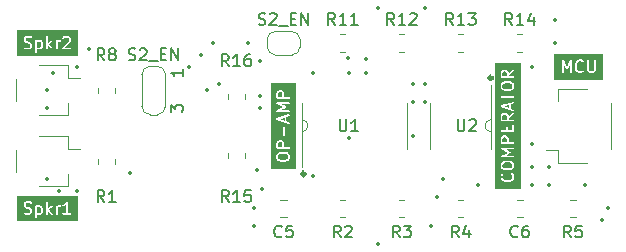
<source format=gto>
%TF.GenerationSoftware,KiCad,Pcbnew,7.0.5*%
%TF.CreationDate,2024-03-20T19:06:25+01:00*%
%TF.ProjectId,anemometer,616e656d-6f6d-4657-9465-722e6b696361,rev?*%
%TF.SameCoordinates,Original*%
%TF.FileFunction,Legend,Top*%
%TF.FilePolarity,Positive*%
%FSLAX46Y46*%
G04 Gerber Fmt 4.6, Leading zero omitted, Abs format (unit mm)*
G04 Created by KiCad (PCBNEW 7.0.5) date 2024-03-20 19:06:25*
%MOMM*%
%LPD*%
G01*
G04 APERTURE LIST*
%ADD10C,0.153000*%
%ADD11C,0.160000*%
%ADD12C,0.150000*%
%ADD13C,0.120000*%
%ADD14C,0.100000*%
%ADD15C,0.304000*%
%ADD16C,0.350000*%
G04 APERTURE END LIST*
D10*
X89880952Y-83407044D02*
X90023809Y-83454663D01*
X90023809Y-83454663D02*
X90261904Y-83454663D01*
X90261904Y-83454663D02*
X90357142Y-83407044D01*
X90357142Y-83407044D02*
X90404761Y-83359424D01*
X90404761Y-83359424D02*
X90452380Y-83264186D01*
X90452380Y-83264186D02*
X90452380Y-83168948D01*
X90452380Y-83168948D02*
X90404761Y-83073710D01*
X90404761Y-83073710D02*
X90357142Y-83026091D01*
X90357142Y-83026091D02*
X90261904Y-82978472D01*
X90261904Y-82978472D02*
X90071428Y-82930853D01*
X90071428Y-82930853D02*
X89976190Y-82883234D01*
X89976190Y-82883234D02*
X89928571Y-82835615D01*
X89928571Y-82835615D02*
X89880952Y-82740377D01*
X89880952Y-82740377D02*
X89880952Y-82645139D01*
X89880952Y-82645139D02*
X89928571Y-82549901D01*
X89928571Y-82549901D02*
X89976190Y-82502282D01*
X89976190Y-82502282D02*
X90071428Y-82454663D01*
X90071428Y-82454663D02*
X90309523Y-82454663D01*
X90309523Y-82454663D02*
X90452380Y-82502282D01*
X90833333Y-82549901D02*
X90880952Y-82502282D01*
X90880952Y-82502282D02*
X90976190Y-82454663D01*
X90976190Y-82454663D02*
X91214285Y-82454663D01*
X91214285Y-82454663D02*
X91309523Y-82502282D01*
X91309523Y-82502282D02*
X91357142Y-82549901D01*
X91357142Y-82549901D02*
X91404761Y-82645139D01*
X91404761Y-82645139D02*
X91404761Y-82740377D01*
X91404761Y-82740377D02*
X91357142Y-82883234D01*
X91357142Y-82883234D02*
X90785714Y-83454663D01*
X90785714Y-83454663D02*
X91404761Y-83454663D01*
X91595238Y-83549901D02*
X92357142Y-83549901D01*
X92595238Y-82930853D02*
X92928571Y-82930853D01*
X93071428Y-83454663D02*
X92595238Y-83454663D01*
X92595238Y-83454663D02*
X92595238Y-82454663D01*
X92595238Y-82454663D02*
X93071428Y-82454663D01*
X93500000Y-83454663D02*
X93500000Y-82454663D01*
X93500000Y-82454663D02*
X94071428Y-83454663D01*
X94071428Y-83454663D02*
X94071428Y-82454663D01*
D11*
G36*
X92270541Y-94405570D02*
G01*
X92340931Y-94475960D01*
X92374299Y-94542694D01*
X92374299Y-94695399D01*
X92340931Y-94762134D01*
X92270541Y-94832523D01*
X92111117Y-94872380D01*
X91797479Y-94872380D01*
X91638056Y-94832524D01*
X91567666Y-94762133D01*
X91534299Y-94695399D01*
X91534299Y-94542693D01*
X91567665Y-94475960D01*
X91638055Y-94405570D01*
X91797480Y-94365714D01*
X92111118Y-94365714D01*
X92270541Y-94405570D01*
G37*
G36*
X91835481Y-93399081D02*
G01*
X91864740Y-93428340D01*
X91898108Y-93495075D01*
X91898108Y-93777142D01*
X91534299Y-93777142D01*
X91534299Y-93495075D01*
X91567666Y-93428340D01*
X91596925Y-93399081D01*
X91663661Y-93365714D01*
X91768747Y-93365714D01*
X91835481Y-93399081D01*
G37*
G36*
X92088584Y-91555671D02*
G01*
X91707282Y-91428571D01*
X92088584Y-91301470D01*
X92088584Y-91555671D01*
G37*
G36*
X91835480Y-89160986D02*
G01*
X91864740Y-89190245D01*
X91898108Y-89256980D01*
X91898108Y-89539047D01*
X91534299Y-89539047D01*
X91534299Y-89256980D01*
X91567665Y-89190246D01*
X91596925Y-89160986D01*
X91663661Y-89127619D01*
X91768747Y-89127619D01*
X91835480Y-89160986D01*
G37*
G36*
X93082857Y-95625714D02*
G01*
X90917143Y-95625714D01*
X90917143Y-94532759D01*
X91371404Y-94532759D01*
X91374299Y-94539739D01*
X91374299Y-94709981D01*
X91372240Y-94729052D01*
X91379552Y-94743676D01*
X91384158Y-94759362D01*
X91389869Y-94764310D01*
X91425879Y-94836331D01*
X91428740Y-94849482D01*
X91444331Y-94865073D01*
X91459341Y-94881209D01*
X91460853Y-94881595D01*
X91539731Y-94960473D01*
X91554965Y-94976675D01*
X91567810Y-94979886D01*
X91579433Y-94986233D01*
X91590134Y-94985467D01*
X91755457Y-95026798D01*
X91764142Y-95032380D01*
X91777783Y-95032380D01*
X91779387Y-95032781D01*
X91789254Y-95032380D01*
X92107799Y-95032380D01*
X92117579Y-95035689D01*
X92130815Y-95032380D01*
X92132466Y-95032380D01*
X92141926Y-95029601D01*
X92329658Y-94982668D01*
X92351399Y-94977940D01*
X92360764Y-94968574D01*
X92372184Y-94961875D01*
X92377032Y-94952306D01*
X92456156Y-94873183D01*
X92467729Y-94866310D01*
X92477587Y-94846592D01*
X92488152Y-94827246D01*
X92488040Y-94825687D01*
X92523927Y-94753912D01*
X92534299Y-94737775D01*
X92534299Y-94721421D01*
X92537194Y-94705335D01*
X92534299Y-94698354D01*
X92534299Y-94528108D01*
X92536358Y-94509042D01*
X92529045Y-94494417D01*
X92524440Y-94478732D01*
X92518728Y-94473783D01*
X92482720Y-94401765D01*
X92479859Y-94388612D01*
X92464256Y-94373009D01*
X92449257Y-94356885D01*
X92447744Y-94356498D01*
X92368862Y-94277617D01*
X92353632Y-94261419D01*
X92340785Y-94258207D01*
X92329163Y-94251861D01*
X92318462Y-94252626D01*
X92153139Y-94211295D01*
X92144455Y-94205714D01*
X92130814Y-94205714D01*
X92129210Y-94205313D01*
X92119343Y-94205714D01*
X91800798Y-94205714D01*
X91791018Y-94202405D01*
X91777782Y-94205714D01*
X91776131Y-94205714D01*
X91766670Y-94208492D01*
X91578945Y-94255423D01*
X91557197Y-94260154D01*
X91547830Y-94269520D01*
X91536413Y-94276219D01*
X91531565Y-94285785D01*
X91452440Y-94364911D01*
X91440869Y-94371784D01*
X91431005Y-94391511D01*
X91420447Y-94410848D01*
X91420558Y-94412404D01*
X91384668Y-94484184D01*
X91374299Y-94500319D01*
X91374299Y-94516669D01*
X91371404Y-94532759D01*
X90917143Y-94532759D01*
X90917143Y-93485140D01*
X91371404Y-93485140D01*
X91374299Y-93492120D01*
X91374299Y-93851425D01*
X91371771Y-93869008D01*
X91379151Y-93885169D01*
X91384158Y-93902219D01*
X91388758Y-93906205D01*
X91391287Y-93911742D01*
X91406235Y-93921349D01*
X91419663Y-93932984D01*
X91425686Y-93933850D01*
X91430809Y-93937142D01*
X91448582Y-93937142D01*
X91466165Y-93939670D01*
X91471701Y-93937142D01*
X91972391Y-93937142D01*
X91989974Y-93939670D01*
X91995510Y-93937142D01*
X92465800Y-93937142D01*
X92499376Y-93927283D01*
X92530141Y-93891778D01*
X92536827Y-93845276D01*
X92517311Y-93802542D01*
X92477789Y-93777142D01*
X92058108Y-93777142D01*
X92058107Y-93480489D01*
X92060167Y-93461423D01*
X92052854Y-93446798D01*
X92048249Y-93431113D01*
X92042537Y-93426164D01*
X92006527Y-93354143D01*
X92003667Y-93340993D01*
X91988075Y-93325401D01*
X91973066Y-93309266D01*
X91971553Y-93308879D01*
X91946529Y-93283855D01*
X91939657Y-93272284D01*
X91919929Y-93262420D01*
X91900593Y-93251862D01*
X91899036Y-93251973D01*
X91827256Y-93216083D01*
X91811122Y-93205714D01*
X91794771Y-93205714D01*
X91778682Y-93202819D01*
X91771702Y-93205714D01*
X91649075Y-93205714D01*
X91630008Y-93203655D01*
X91615383Y-93210967D01*
X91599698Y-93215573D01*
X91594749Y-93221284D01*
X91522728Y-93257294D01*
X91509578Y-93260155D01*
X91493986Y-93275746D01*
X91477851Y-93290756D01*
X91477464Y-93292268D01*
X91452440Y-93317292D01*
X91440869Y-93324165D01*
X91431005Y-93343892D01*
X91420447Y-93363229D01*
X91420558Y-93364785D01*
X91384668Y-93436565D01*
X91374299Y-93452700D01*
X91374299Y-93469050D01*
X91371404Y-93485140D01*
X90917143Y-93485140D01*
X90917143Y-92868643D01*
X91993346Y-92868643D01*
X92003205Y-92902219D01*
X92038710Y-92932984D01*
X92085212Y-92939670D01*
X92127946Y-92920154D01*
X92153346Y-92880632D01*
X92153346Y-92083737D01*
X92143487Y-92050161D01*
X92107982Y-92019396D01*
X92061480Y-92012710D01*
X92018746Y-92032226D01*
X91993346Y-92071748D01*
X91993346Y-92868643D01*
X90917143Y-92868643D01*
X90917143Y-91419696D01*
X91371396Y-91419696D01*
X91375063Y-91439971D01*
X91377255Y-91460443D01*
X91379204Y-91462864D01*
X91379758Y-91465926D01*
X91393800Y-91480994D01*
X91406716Y-91497037D01*
X91409667Y-91498020D01*
X91411787Y-91500295D01*
X91431743Y-91505379D01*
X92128207Y-91737533D01*
X92133948Y-91742508D01*
X92150094Y-91744829D01*
X92439911Y-91841435D01*
X92474882Y-91842700D01*
X92515296Y-91818746D01*
X92536344Y-91776744D01*
X92531343Y-91730032D01*
X92501881Y-91693437D01*
X92248584Y-91609004D01*
X92248584Y-91248137D01*
X92490508Y-91167496D01*
X92519243Y-91147525D01*
X92537201Y-91104113D01*
X92528839Y-91057883D01*
X92496811Y-91023514D01*
X92451285Y-91011915D01*
X92161236Y-91108597D01*
X92156718Y-91107948D01*
X92139240Y-91115929D01*
X91442726Y-91348100D01*
X91433716Y-91347775D01*
X91420880Y-91355382D01*
X91418090Y-91356313D01*
X91411014Y-91361230D01*
X91393302Y-91371729D01*
X91391908Y-91374509D01*
X91389355Y-91376284D01*
X91381481Y-91395317D01*
X91372254Y-91413730D01*
X91372585Y-91416821D01*
X91371396Y-91419696D01*
X90917143Y-91419696D01*
X90917143Y-90762590D01*
X91370925Y-90762590D01*
X91372588Y-90768086D01*
X91371771Y-90773770D01*
X91379288Y-90790231D01*
X91384531Y-90807557D01*
X91388902Y-90811281D01*
X91391287Y-90816504D01*
X91406513Y-90826289D01*
X91420288Y-90838028D01*
X91425976Y-90838798D01*
X91430809Y-90841904D01*
X91448913Y-90841904D01*
X91466844Y-90844332D01*
X91472047Y-90841904D01*
X92465800Y-90841904D01*
X92499376Y-90832045D01*
X92530141Y-90796540D01*
X92536827Y-90750038D01*
X92517311Y-90707304D01*
X92477789Y-90681904D01*
X91814904Y-90681904D01*
X92201842Y-90501332D01*
X92222664Y-90492030D01*
X92229595Y-90481437D01*
X92239094Y-90473069D01*
X92242192Y-90462186D01*
X92248388Y-90452718D01*
X92248492Y-90440059D01*
X92251958Y-90427885D01*
X92248681Y-90417054D01*
X92248774Y-90405740D01*
X92242018Y-90395035D01*
X92238352Y-90382918D01*
X92229739Y-90375578D01*
X92223701Y-90366010D01*
X92212229Y-90360656D01*
X92202595Y-90352446D01*
X92191382Y-90350927D01*
X91814904Y-90175238D01*
X92465800Y-90175238D01*
X92499376Y-90165379D01*
X92530141Y-90129874D01*
X92536827Y-90083372D01*
X92517311Y-90040638D01*
X92477789Y-90015238D01*
X91460348Y-90015238D01*
X91443113Y-90012615D01*
X91426589Y-90019997D01*
X91409222Y-90025097D01*
X91405461Y-90029436D01*
X91400219Y-90031779D01*
X91390309Y-90046922D01*
X91378457Y-90060602D01*
X91377639Y-90066286D01*
X91374496Y-90071091D01*
X91374346Y-90089188D01*
X91371771Y-90107104D01*
X91374156Y-90112327D01*
X91374109Y-90118069D01*
X91383769Y-90133376D01*
X91391287Y-90149838D01*
X91396116Y-90152942D01*
X91399182Y-90157799D01*
X91415584Y-90165453D01*
X91430809Y-90175238D01*
X91436551Y-90175238D01*
X91979408Y-90428571D01*
X91425950Y-90686851D01*
X91409222Y-90691763D01*
X91397370Y-90705440D01*
X91383789Y-90717406D01*
X91382216Y-90722929D01*
X91378457Y-90727268D01*
X91375881Y-90745180D01*
X91370925Y-90762590D01*
X90917143Y-90762590D01*
X90917143Y-89247045D01*
X91371404Y-89247045D01*
X91374299Y-89254025D01*
X91374299Y-89613330D01*
X91371771Y-89630913D01*
X91379151Y-89647074D01*
X91384158Y-89664124D01*
X91388758Y-89668110D01*
X91391287Y-89673647D01*
X91406235Y-89683254D01*
X91419663Y-89694889D01*
X91425686Y-89695755D01*
X91430809Y-89699047D01*
X91448582Y-89699047D01*
X91466165Y-89701575D01*
X91471701Y-89699047D01*
X91972391Y-89699047D01*
X91989974Y-89701575D01*
X91995510Y-89699047D01*
X92465800Y-89699047D01*
X92499376Y-89689188D01*
X92530141Y-89653683D01*
X92536827Y-89607181D01*
X92517311Y-89564447D01*
X92477789Y-89539047D01*
X92058108Y-89539047D01*
X92058107Y-89242394D01*
X92060167Y-89223328D01*
X92052854Y-89208703D01*
X92048249Y-89193018D01*
X92042537Y-89188069D01*
X92006527Y-89116048D01*
X92003667Y-89102898D01*
X91988075Y-89087306D01*
X91973066Y-89071171D01*
X91971553Y-89070784D01*
X91946529Y-89045760D01*
X91939657Y-89034189D01*
X91919929Y-89024325D01*
X91900593Y-89013767D01*
X91899036Y-89013878D01*
X91827256Y-88977988D01*
X91811122Y-88967619D01*
X91794771Y-88967619D01*
X91778682Y-88964724D01*
X91771702Y-88967619D01*
X91649075Y-88967619D01*
X91630008Y-88965560D01*
X91615383Y-88972872D01*
X91599698Y-88977478D01*
X91594749Y-88983189D01*
X91522728Y-89019199D01*
X91509578Y-89022060D01*
X91493986Y-89037651D01*
X91477851Y-89052661D01*
X91477464Y-89054173D01*
X91452440Y-89079197D01*
X91440869Y-89086070D01*
X91431005Y-89105797D01*
X91420447Y-89125134D01*
X91420558Y-89126690D01*
X91384668Y-89198470D01*
X91374299Y-89214605D01*
X91374299Y-89230955D01*
X91371404Y-89247045D01*
X90917143Y-89247045D01*
X90917143Y-88374286D01*
X93082857Y-88374286D01*
X93082857Y-95625714D01*
G37*
G36*
X119078095Y-88082857D02*
G01*
X114921905Y-88082857D01*
X114921905Y-86466844D01*
X115560429Y-86466844D01*
X115562857Y-86472046D01*
X115562857Y-87465800D01*
X115572716Y-87499376D01*
X115608221Y-87530141D01*
X115654723Y-87536827D01*
X115697457Y-87517311D01*
X115722857Y-87477789D01*
X115722857Y-86814904D01*
X115903433Y-87201853D01*
X115912731Y-87222664D01*
X115923322Y-87229594D01*
X115931692Y-87239094D01*
X115942576Y-87242192D01*
X115952043Y-87248387D01*
X115964699Y-87248491D01*
X115976876Y-87251958D01*
X115987706Y-87248680D01*
X115999021Y-87248774D01*
X116009725Y-87242018D01*
X116021843Y-87238352D01*
X116029182Y-87229739D01*
X116038751Y-87223701D01*
X116044104Y-87212229D01*
X116052315Y-87202595D01*
X116053833Y-87191382D01*
X116229522Y-86814903D01*
X116229523Y-87465800D01*
X116239382Y-87499376D01*
X116274887Y-87530141D01*
X116321389Y-87536827D01*
X116364123Y-87517311D01*
X116389523Y-87477789D01*
X116389523Y-87022341D01*
X116654786Y-87022341D01*
X116658095Y-87035576D01*
X116658095Y-87037228D01*
X116660873Y-87046688D01*
X116704646Y-87221782D01*
X116703655Y-87230970D01*
X116710232Y-87244125D01*
X116710892Y-87246763D01*
X116715354Y-87254369D01*
X116757293Y-87338248D01*
X116760154Y-87351399D01*
X116775748Y-87366993D01*
X116790756Y-87383127D01*
X116792268Y-87383513D01*
X116868960Y-87460206D01*
X116880988Y-87475146D01*
X116896497Y-87480315D01*
X116910848Y-87488152D01*
X116918387Y-87487612D01*
X117036614Y-87527021D01*
X117047938Y-87534299D01*
X117070006Y-87534299D01*
X117092011Y-87535095D01*
X117093354Y-87534299D01*
X117156637Y-87534299D01*
X117169680Y-87537622D01*
X117190610Y-87530645D01*
X117211743Y-87524440D01*
X117212765Y-87523260D01*
X117330743Y-87483934D01*
X117349482Y-87479858D01*
X117361043Y-87468296D01*
X117374467Y-87458967D01*
X117377355Y-87451983D01*
X117421843Y-87407496D01*
X117438614Y-87376782D01*
X117435261Y-87329922D01*
X117407107Y-87292313D01*
X117370310Y-87278589D01*
X117703655Y-87278589D01*
X117710967Y-87293213D01*
X117715573Y-87308899D01*
X117721284Y-87313847D01*
X117757293Y-87385867D01*
X117760154Y-87399018D01*
X117775749Y-87414613D01*
X117790756Y-87430746D01*
X117792268Y-87431132D01*
X117817291Y-87456156D01*
X117824165Y-87467729D01*
X117843892Y-87477592D01*
X117863228Y-87488151D01*
X117864786Y-87488039D01*
X117936562Y-87523927D01*
X117952700Y-87534299D01*
X117969053Y-87534299D01*
X117985140Y-87537194D01*
X117992120Y-87534299D01*
X118162362Y-87534299D01*
X118181433Y-87536358D01*
X118196057Y-87529045D01*
X118211743Y-87524440D01*
X118216691Y-87518728D01*
X118288712Y-87482718D01*
X118301863Y-87479858D01*
X118317451Y-87464269D01*
X118333590Y-87449257D01*
X118333977Y-87447743D01*
X118359000Y-87422719D01*
X118370572Y-87415847D01*
X118380433Y-87396124D01*
X118390995Y-87376782D01*
X118390883Y-87375223D01*
X118426770Y-87303449D01*
X118437142Y-87287312D01*
X118437142Y-87270958D01*
X118440037Y-87254872D01*
X118437142Y-87247891D01*
X118437142Y-86442798D01*
X118427283Y-86409222D01*
X118391778Y-86378457D01*
X118345276Y-86371771D01*
X118302542Y-86391287D01*
X118277142Y-86430809D01*
X118277142Y-87244936D01*
X118243773Y-87311673D01*
X118214516Y-87340931D01*
X118147780Y-87374299D01*
X117995075Y-87374299D01*
X117928340Y-87340931D01*
X117899081Y-87311671D01*
X117865714Y-87244936D01*
X117865714Y-86442798D01*
X117855855Y-86409222D01*
X117820350Y-86378457D01*
X117773848Y-86371771D01*
X117731114Y-86391287D01*
X117705714Y-86430809D01*
X117705714Y-87259518D01*
X117703655Y-87278589D01*
X117370310Y-87278589D01*
X117363089Y-87275896D01*
X117317183Y-87285882D01*
X117266309Y-87336756D01*
X117153683Y-87374299D01*
X117084411Y-87374299D01*
X116971785Y-87336757D01*
X116899081Y-87264052D01*
X116861195Y-87188281D01*
X116818095Y-87015878D01*
X116818095Y-86892717D01*
X116861195Y-86720315D01*
X116899081Y-86644544D01*
X116971785Y-86571841D01*
X117084411Y-86534299D01*
X117153685Y-86534299D01*
X117266308Y-86571840D01*
X117308706Y-86614238D01*
X117339419Y-86631008D01*
X117386279Y-86627656D01*
X117423888Y-86599502D01*
X117440306Y-86555485D01*
X117430320Y-86509578D01*
X117369132Y-86448390D01*
X117357105Y-86433451D01*
X117341590Y-86428279D01*
X117327246Y-86420447D01*
X117319709Y-86420985D01*
X117201477Y-86381575D01*
X117190156Y-86374299D01*
X117168105Y-86374299D01*
X117146083Y-86373503D01*
X117144740Y-86374299D01*
X117081457Y-86374299D01*
X117068414Y-86370976D01*
X117047483Y-86377952D01*
X117026351Y-86384158D01*
X117025328Y-86385337D01*
X116907355Y-86424662D01*
X116888612Y-86428739D01*
X116877047Y-86440303D01*
X116863627Y-86449631D01*
X116860738Y-86456612D01*
X116783855Y-86533496D01*
X116772284Y-86540369D01*
X116762420Y-86560096D01*
X116751862Y-86579433D01*
X116751973Y-86580989D01*
X116720531Y-86643874D01*
X116713800Y-86650203D01*
X116710233Y-86664469D01*
X116709016Y-86666904D01*
X116707452Y-86675591D01*
X116663676Y-86850695D01*
X116658095Y-86859380D01*
X116658095Y-86873021D01*
X116657694Y-86874625D01*
X116658095Y-86884491D01*
X116658095Y-87012561D01*
X116654786Y-87022341D01*
X116389523Y-87022341D01*
X116389523Y-86460347D01*
X116392146Y-86443112D01*
X116384763Y-86426587D01*
X116379664Y-86409222D01*
X116375324Y-86405461D01*
X116372982Y-86400219D01*
X116357836Y-86390308D01*
X116344159Y-86378457D01*
X116338476Y-86377639D01*
X116333670Y-86374495D01*
X116315568Y-86374346D01*
X116297657Y-86371771D01*
X116292434Y-86374156D01*
X116286692Y-86374109D01*
X116271384Y-86383769D01*
X116254923Y-86391287D01*
X116251818Y-86396116D01*
X116246962Y-86399182D01*
X116239307Y-86415584D01*
X116229523Y-86430809D01*
X116229522Y-86436551D01*
X115976189Y-86979408D01*
X115717909Y-86425950D01*
X115712998Y-86409222D01*
X115699320Y-86397370D01*
X115687355Y-86383789D01*
X115681831Y-86382216D01*
X115677493Y-86378457D01*
X115659580Y-86375881D01*
X115642171Y-86370925D01*
X115636674Y-86372588D01*
X115630991Y-86371771D01*
X115614529Y-86379288D01*
X115597204Y-86384531D01*
X115593479Y-86388902D01*
X115588257Y-86391287D01*
X115578471Y-86406513D01*
X115566733Y-86420288D01*
X115565962Y-86425976D01*
X115562857Y-86430809D01*
X115562857Y-86448912D01*
X115560429Y-86466844D01*
X114921905Y-86466844D01*
X114921905Y-85917143D01*
X119078095Y-85917143D01*
X119078095Y-88082857D01*
G37*
D10*
G36*
X111272695Y-95140505D02*
G01*
X111344173Y-95211982D01*
X111378163Y-95279962D01*
X111378163Y-95434321D01*
X111344172Y-95502302D01*
X111272694Y-95573779D01*
X111111911Y-95613975D01*
X110797414Y-95613975D01*
X110636630Y-95573779D01*
X110565154Y-95502303D01*
X110531163Y-95434321D01*
X110531163Y-95279963D01*
X110565153Y-95211981D01*
X110636630Y-95140504D01*
X110797413Y-95100309D01*
X111111911Y-95100309D01*
X111272695Y-95140505D01*
G37*
G36*
X110837918Y-92991442D02*
G01*
X110867982Y-93021507D01*
X110901972Y-93089486D01*
X110901972Y-93375880D01*
X110531163Y-93375880D01*
X110531163Y-93089486D01*
X110565153Y-93021505D01*
X110595218Y-92991441D01*
X110663197Y-92957452D01*
X110769937Y-92957452D01*
X110837918Y-92991442D01*
G37*
G36*
X110837918Y-91086680D02*
G01*
X110867982Y-91116745D01*
X110901972Y-91184724D01*
X110901972Y-91305568D01*
X110900064Y-91323979D01*
X110901972Y-91327754D01*
X110901972Y-91471118D01*
X110531163Y-91471118D01*
X110531163Y-91184725D01*
X110565153Y-91116743D01*
X110595218Y-91086679D01*
X110663197Y-91052690D01*
X110769937Y-91052690D01*
X110837918Y-91086680D01*
G37*
G36*
X111092448Y-90489098D02*
G01*
X110696578Y-90357142D01*
X111092448Y-90225185D01*
X111092448Y-90489098D01*
G37*
G36*
X111272695Y-88426219D02*
G01*
X111344173Y-88497696D01*
X111378163Y-88565676D01*
X111378163Y-88720034D01*
X111344172Y-88788016D01*
X111272694Y-88859493D01*
X111111911Y-88899689D01*
X110797414Y-88899689D01*
X110636630Y-88859493D01*
X110565153Y-88788016D01*
X110531163Y-88720035D01*
X110531163Y-88565677D01*
X110565154Y-88497694D01*
X110636630Y-88426218D01*
X110797413Y-88386023D01*
X111111911Y-88386023D01*
X111272695Y-88426219D01*
G37*
G36*
X110837918Y-87420013D02*
G01*
X110867982Y-87450078D01*
X110901972Y-87518057D01*
X110901972Y-87638901D01*
X110900064Y-87657312D01*
X110901972Y-87661087D01*
X110901972Y-87804451D01*
X110531163Y-87804451D01*
X110531163Y-87518057D01*
X110565153Y-87450076D01*
X110595218Y-87420012D01*
X110663197Y-87386023D01*
X110769937Y-87386023D01*
X110837918Y-87420013D01*
G37*
G36*
X112063607Y-97344559D02*
G01*
X109936393Y-97344559D01*
X109936393Y-96360023D01*
X110374985Y-96360023D01*
X110381651Y-96380020D01*
X110387590Y-96400247D01*
X110388719Y-96401225D01*
X110428405Y-96520282D01*
X110432305Y-96538209D01*
X110443359Y-96549263D01*
X110452282Y-96562102D01*
X110458961Y-96564865D01*
X110536642Y-96642546D01*
X110543217Y-96653615D01*
X110562061Y-96663037D01*
X110580572Y-96673145D01*
X110582063Y-96673038D01*
X110646358Y-96705185D01*
X110652412Y-96711624D01*
X110666058Y-96715035D01*
X110668385Y-96716199D01*
X110676689Y-96717693D01*
X110852466Y-96761637D01*
X110860771Y-96766975D01*
X110873815Y-96766975D01*
X110875351Y-96767359D01*
X110884798Y-96766975D01*
X111013501Y-96766975D01*
X111022853Y-96770139D01*
X111035509Y-96766975D01*
X111037091Y-96766975D01*
X111046156Y-96764313D01*
X111221901Y-96720376D01*
X111230687Y-96721325D01*
X111243265Y-96715035D01*
X111245792Y-96714404D01*
X111253076Y-96710130D01*
X111337433Y-96667951D01*
X111350015Y-96665215D01*
X111364935Y-96650295D01*
X111380355Y-96635952D01*
X111380724Y-96634505D01*
X111458224Y-96557006D01*
X111472515Y-96545501D01*
X111477458Y-96530670D01*
X111484952Y-96516947D01*
X111484436Y-96509737D01*
X111524204Y-96390432D01*
X111531163Y-96379605D01*
X111531163Y-96358535D01*
X111531925Y-96337460D01*
X111531163Y-96336174D01*
X111531163Y-96271496D01*
X111534341Y-96259022D01*
X111527672Y-96239016D01*
X111521736Y-96218799D01*
X111520607Y-96217820D01*
X111480920Y-96098762D01*
X111477021Y-96080836D01*
X111465966Y-96069781D01*
X111457044Y-96056944D01*
X111450365Y-96054180D01*
X111405739Y-96009556D01*
X111376371Y-95993520D01*
X111331560Y-95996725D01*
X111295597Y-96023649D01*
X111279897Y-96065741D01*
X111289447Y-96109639D01*
X111340180Y-96160370D01*
X111378163Y-96274318D01*
X111378163Y-96344727D01*
X111340180Y-96458675D01*
X111266488Y-96532365D01*
X111189866Y-96570676D01*
X111016673Y-96613975D01*
X110892652Y-96613975D01*
X110719458Y-96570676D01*
X110642835Y-96532365D01*
X110569146Y-96458676D01*
X110531163Y-96344726D01*
X110531163Y-96274319D01*
X110569145Y-96160370D01*
X110611773Y-96117744D01*
X110627808Y-96088376D01*
X110624604Y-96043565D01*
X110597681Y-96007601D01*
X110555589Y-95991901D01*
X110511691Y-96001451D01*
X110451100Y-96062041D01*
X110436811Y-96073546D01*
X110431867Y-96088375D01*
X110424374Y-96102099D01*
X110424889Y-96109309D01*
X110385121Y-96228613D01*
X110378163Y-96239441D01*
X110378163Y-96260511D01*
X110377401Y-96281587D01*
X110378162Y-96282872D01*
X110378163Y-96347548D01*
X110374985Y-96360023D01*
X109936393Y-96360023D01*
X109936393Y-95270462D01*
X110375394Y-95270462D01*
X110378163Y-95277138D01*
X110378163Y-95448261D01*
X110376194Y-95466500D01*
X110383184Y-95480480D01*
X110387590Y-95495485D01*
X110393053Y-95500219D01*
X110429568Y-95573248D01*
X110432305Y-95585828D01*
X110447208Y-95600731D01*
X110461567Y-95616168D01*
X110463015Y-95616538D01*
X110542581Y-95696104D01*
X110557174Y-95711624D01*
X110569457Y-95714694D01*
X110580572Y-95720764D01*
X110590805Y-95720032D01*
X110757228Y-95761637D01*
X110765533Y-95766975D01*
X110778577Y-95766975D01*
X110780113Y-95767359D01*
X110789560Y-95766975D01*
X111108739Y-95766975D01*
X111118091Y-95770139D01*
X111130747Y-95766975D01*
X111132329Y-95766975D01*
X111141394Y-95764313D01*
X111329190Y-95717363D01*
X111350015Y-95712834D01*
X111358970Y-95703878D01*
X111369890Y-95697472D01*
X111374526Y-95688323D01*
X111454356Y-95608493D01*
X111465422Y-95601921D01*
X111474840Y-95583083D01*
X111484952Y-95564566D01*
X111484845Y-95563074D01*
X111521243Y-95490278D01*
X111531163Y-95474843D01*
X111531163Y-95459209D01*
X111533932Y-95443822D01*
X111531163Y-95437145D01*
X111531163Y-95266021D01*
X111533132Y-95247783D01*
X111526141Y-95233801D01*
X111521736Y-95218799D01*
X111516273Y-95214065D01*
X111479758Y-95141035D01*
X111477022Y-95128456D01*
X111462115Y-95113549D01*
X111447759Y-95098116D01*
X111446311Y-95097745D01*
X111366740Y-95018176D01*
X111352151Y-95002660D01*
X111339867Y-94999589D01*
X111328753Y-94993520D01*
X111318518Y-94994251D01*
X111152097Y-94952646D01*
X111143792Y-94947309D01*
X111130747Y-94947309D01*
X111129211Y-94946925D01*
X111119764Y-94947309D01*
X110800586Y-94947309D01*
X110791234Y-94944145D01*
X110778578Y-94947309D01*
X110776996Y-94947309D01*
X110767931Y-94949970D01*
X110580111Y-94996925D01*
X110559310Y-95001451D01*
X110550358Y-95010402D01*
X110539434Y-95016812D01*
X110534795Y-95025965D01*
X110454971Y-95105789D01*
X110443904Y-95112363D01*
X110434481Y-95131207D01*
X110424374Y-95149718D01*
X110424480Y-95151209D01*
X110388082Y-95224005D01*
X110378163Y-95239441D01*
X110378163Y-95255074D01*
X110375394Y-95270462D01*
X109936393Y-95270462D01*
X109936393Y-94595893D01*
X110374936Y-94595893D01*
X110376526Y-94601149D01*
X110375745Y-94606584D01*
X110382934Y-94622327D01*
X110387947Y-94638893D01*
X110392126Y-94642454D01*
X110394407Y-94647449D01*
X110408967Y-94656806D01*
X110422140Y-94668032D01*
X110427581Y-94668768D01*
X110432200Y-94671737D01*
X110449507Y-94671737D01*
X110466658Y-94674059D01*
X110471634Y-94671737D01*
X111465663Y-94671737D01*
X111497768Y-94662310D01*
X111527188Y-94628358D01*
X111533581Y-94583890D01*
X111514919Y-94543025D01*
X111477126Y-94518737D01*
X110799491Y-94518737D01*
X111200684Y-94331513D01*
X111220663Y-94322588D01*
X111227292Y-94312456D01*
X111236373Y-94304456D01*
X111239335Y-94294050D01*
X111245261Y-94284995D01*
X111245360Y-94272891D01*
X111248676Y-94261248D01*
X111245541Y-94250890D01*
X111245631Y-94240072D01*
X111239169Y-94229833D01*
X111235664Y-94218248D01*
X111227429Y-94211230D01*
X111221655Y-94202080D01*
X111210685Y-94196960D01*
X111201472Y-94189109D01*
X111190749Y-94187657D01*
X110799493Y-94005071D01*
X111465663Y-94005071D01*
X111497768Y-93995644D01*
X111527188Y-93961692D01*
X111533581Y-93917224D01*
X111514919Y-93876359D01*
X111477126Y-93852071D01*
X110460453Y-93852071D01*
X110443966Y-93849562D01*
X110428164Y-93856621D01*
X110411558Y-93861498D01*
X110407962Y-93865647D01*
X110402948Y-93867888D01*
X110393471Y-93882371D01*
X110382138Y-93895450D01*
X110381356Y-93900885D01*
X110378350Y-93905480D01*
X110378207Y-93922789D01*
X110375745Y-93939918D01*
X110378025Y-93944911D01*
X110377980Y-93950403D01*
X110387217Y-93965040D01*
X110394407Y-93980783D01*
X110399026Y-93983751D01*
X110401957Y-93988395D01*
X110417639Y-93995713D01*
X110432200Y-94005071D01*
X110437691Y-94005071D01*
X110988048Y-94261904D01*
X110427559Y-94523465D01*
X110411558Y-94528164D01*
X110400223Y-94541244D01*
X110387238Y-94552685D01*
X110385734Y-94557965D01*
X110382138Y-94562116D01*
X110379674Y-94579248D01*
X110374936Y-94595893D01*
X109936393Y-94595893D01*
X109936393Y-93079986D01*
X110375394Y-93079986D01*
X110378163Y-93086662D01*
X110378162Y-93446908D01*
X110375745Y-93463727D01*
X110382803Y-93479182D01*
X110387590Y-93495485D01*
X110391988Y-93499296D01*
X110394407Y-93504592D01*
X110408701Y-93513778D01*
X110421542Y-93524905D01*
X110427303Y-93525733D01*
X110432200Y-93528880D01*
X110449191Y-93528880D01*
X110466010Y-93531298D01*
X110471305Y-93528880D01*
X110973000Y-93528880D01*
X110989819Y-93531298D01*
X110995114Y-93528880D01*
X111465663Y-93528880D01*
X111497768Y-93519453D01*
X111527188Y-93485501D01*
X111533581Y-93441033D01*
X111514919Y-93400168D01*
X111477126Y-93375880D01*
X111054972Y-93375880D01*
X111054972Y-93075545D01*
X111056941Y-93057307D01*
X111049950Y-93043325D01*
X111045545Y-93028323D01*
X111040082Y-93023589D01*
X111003566Y-92950557D01*
X111000830Y-92937980D01*
X110985934Y-92923084D01*
X110971568Y-92907640D01*
X110970119Y-92907269D01*
X110944110Y-92881260D01*
X110937537Y-92870193D01*
X110918692Y-92860770D01*
X110900182Y-92850663D01*
X110898690Y-92850769D01*
X110825894Y-92814371D01*
X110810459Y-92804452D01*
X110794825Y-92804452D01*
X110779438Y-92801683D01*
X110772762Y-92804452D01*
X110649256Y-92804452D01*
X110631018Y-92802483D01*
X110617036Y-92809473D01*
X110602034Y-92813879D01*
X110597300Y-92819341D01*
X110524268Y-92855857D01*
X110511691Y-92858594D01*
X110496795Y-92873489D01*
X110481351Y-92887856D01*
X110480980Y-92889304D01*
X110454971Y-92915313D01*
X110443904Y-92921887D01*
X110434481Y-92940731D01*
X110424374Y-92959242D01*
X110424480Y-92960733D01*
X110388082Y-93033529D01*
X110378163Y-93048965D01*
X110378163Y-93064598D01*
X110375394Y-93079986D01*
X109936393Y-93079986D01*
X109936393Y-92463727D01*
X110375745Y-92463727D01*
X110382803Y-92479182D01*
X110387590Y-92495485D01*
X110391988Y-92499296D01*
X110394407Y-92504592D01*
X110408701Y-92513778D01*
X110421542Y-92524905D01*
X110427303Y-92525733D01*
X110432200Y-92528880D01*
X110449191Y-92528880D01*
X110466010Y-92531298D01*
X110471305Y-92528880D01*
X110925381Y-92528880D01*
X110942200Y-92531298D01*
X110947495Y-92528880D01*
X111449191Y-92528880D01*
X111466010Y-92531298D01*
X111481465Y-92524239D01*
X111497768Y-92519453D01*
X111501579Y-92515054D01*
X111506875Y-92512636D01*
X111516061Y-92498341D01*
X111527188Y-92485501D01*
X111528016Y-92479739D01*
X111531163Y-92474843D01*
X111531163Y-92457851D01*
X111533581Y-92441033D01*
X111531163Y-92435738D01*
X111531163Y-91965190D01*
X111521736Y-91933085D01*
X111487784Y-91903665D01*
X111443316Y-91897272D01*
X111402451Y-91915934D01*
X111378163Y-91953727D01*
X111378163Y-92375880D01*
X111007353Y-92375880D01*
X111007353Y-92108047D01*
X110997926Y-92075942D01*
X110963974Y-92046522D01*
X110919506Y-92040129D01*
X110878641Y-92058791D01*
X110854353Y-92096584D01*
X110854353Y-92375880D01*
X110531163Y-92375880D01*
X110531163Y-91965190D01*
X110521736Y-91933085D01*
X110487784Y-91903665D01*
X110443316Y-91897272D01*
X110402451Y-91915934D01*
X110378163Y-91953727D01*
X110378163Y-92446908D01*
X110375745Y-92463727D01*
X109936393Y-92463727D01*
X109936393Y-91175224D01*
X110375394Y-91175224D01*
X110378163Y-91181900D01*
X110378162Y-91542146D01*
X110375745Y-91558965D01*
X110382803Y-91574420D01*
X110387590Y-91590723D01*
X110391988Y-91594534D01*
X110394407Y-91599830D01*
X110408701Y-91609016D01*
X110421542Y-91620143D01*
X110427303Y-91620971D01*
X110432200Y-91624118D01*
X110449191Y-91624118D01*
X110466010Y-91626536D01*
X110471305Y-91624118D01*
X110973000Y-91624118D01*
X110989819Y-91626536D01*
X110995114Y-91624118D01*
X111465663Y-91624118D01*
X111497768Y-91614691D01*
X111527188Y-91580739D01*
X111533581Y-91536271D01*
X111514919Y-91495406D01*
X111477126Y-91471118D01*
X111054972Y-91471118D01*
X111054972Y-91349353D01*
X111507545Y-91032553D01*
X111528440Y-91006419D01*
X111533072Y-90961733D01*
X111512808Y-90921638D01*
X111474085Y-90898862D01*
X111429196Y-90900637D01*
X111055928Y-91161923D01*
X111056941Y-91152545D01*
X111049950Y-91138563D01*
X111045545Y-91123561D01*
X111040082Y-91118827D01*
X111003566Y-91045795D01*
X111000830Y-91033218D01*
X110985934Y-91018322D01*
X110971568Y-91002878D01*
X110970119Y-91002507D01*
X110944110Y-90976498D01*
X110937537Y-90965431D01*
X110918692Y-90956008D01*
X110900182Y-90945901D01*
X110898690Y-90946007D01*
X110825894Y-90909609D01*
X110810459Y-90899690D01*
X110794825Y-90899690D01*
X110779438Y-90896921D01*
X110772762Y-90899690D01*
X110649256Y-90899690D01*
X110631018Y-90897721D01*
X110617036Y-90904711D01*
X110602034Y-90909117D01*
X110597300Y-90914579D01*
X110524268Y-90951095D01*
X110511691Y-90953832D01*
X110496795Y-90968727D01*
X110481351Y-90983094D01*
X110480980Y-90984542D01*
X110454971Y-91010551D01*
X110443904Y-91017125D01*
X110434481Y-91035969D01*
X110424374Y-91054480D01*
X110424480Y-91055971D01*
X110388082Y-91128767D01*
X110378163Y-91144203D01*
X110378163Y-91159836D01*
X110375394Y-91175224D01*
X109936393Y-91175224D01*
X109936393Y-90348655D01*
X110375386Y-90348655D01*
X110378891Y-90368035D01*
X110380988Y-90387620D01*
X110382853Y-90389937D01*
X110383383Y-90392863D01*
X110396806Y-90407268D01*
X110409161Y-90422613D01*
X110411982Y-90423553D01*
X110414010Y-90425729D01*
X110433097Y-90430591D01*
X111130336Y-90663004D01*
X111135827Y-90667762D01*
X111151268Y-90669981D01*
X111440907Y-90766528D01*
X111474345Y-90767737D01*
X111512992Y-90744831D01*
X111533119Y-90704666D01*
X111528337Y-90659997D01*
X111500164Y-90625004D01*
X111245448Y-90540098D01*
X111245448Y-90174185D01*
X111489289Y-90092905D01*
X111516766Y-90073809D01*
X111533940Y-90032296D01*
X111525943Y-89988088D01*
X111495316Y-89955222D01*
X111451781Y-89944131D01*
X111161922Y-90040750D01*
X111157601Y-90040129D01*
X111140883Y-90047763D01*
X110443599Y-90280191D01*
X110434980Y-90279880D01*
X110422702Y-90287157D01*
X110420036Y-90288046D01*
X110413275Y-90292744D01*
X110396334Y-90302786D01*
X110395001Y-90305445D01*
X110392560Y-90307142D01*
X110385028Y-90325346D01*
X110376207Y-90342951D01*
X110376523Y-90345905D01*
X110375386Y-90348655D01*
X109936393Y-90348655D01*
X109936393Y-89558965D01*
X110375745Y-89558965D01*
X110378163Y-89564259D01*
X110378163Y-89844332D01*
X110387590Y-89876437D01*
X110421542Y-89905857D01*
X110466010Y-89912250D01*
X110506875Y-89893588D01*
X110531163Y-89855795D01*
X110531163Y-89624118D01*
X111465663Y-89624118D01*
X111497768Y-89614691D01*
X111527188Y-89580739D01*
X111533581Y-89536271D01*
X111514919Y-89495406D01*
X111477126Y-89471118D01*
X110531163Y-89471118D01*
X110531163Y-89250904D01*
X110521736Y-89218799D01*
X110487784Y-89189379D01*
X110443316Y-89182986D01*
X110402451Y-89201648D01*
X110378163Y-89239441D01*
X110378163Y-89542146D01*
X110375745Y-89558965D01*
X109936393Y-89558965D01*
X109936393Y-88556176D01*
X110375394Y-88556176D01*
X110378163Y-88562852D01*
X110378163Y-88733975D01*
X110376194Y-88752214D01*
X110383184Y-88766194D01*
X110387590Y-88781199D01*
X110393053Y-88785933D01*
X110429568Y-88858962D01*
X110432305Y-88871542D01*
X110447208Y-88886445D01*
X110461567Y-88901882D01*
X110463015Y-88902252D01*
X110542581Y-88981818D01*
X110557174Y-88997338D01*
X110569457Y-89000408D01*
X110580572Y-89006478D01*
X110590805Y-89005746D01*
X110757228Y-89047351D01*
X110765533Y-89052689D01*
X110778577Y-89052689D01*
X110780113Y-89053073D01*
X110789560Y-89052689D01*
X111108739Y-89052689D01*
X111118091Y-89055853D01*
X111130747Y-89052689D01*
X111132329Y-89052689D01*
X111141394Y-89050027D01*
X111329190Y-89003077D01*
X111350015Y-88998548D01*
X111358970Y-88989592D01*
X111369890Y-88983186D01*
X111374526Y-88974037D01*
X111454356Y-88894207D01*
X111465422Y-88887635D01*
X111474840Y-88868797D01*
X111484952Y-88850280D01*
X111484845Y-88848788D01*
X111521243Y-88775992D01*
X111531163Y-88760557D01*
X111531163Y-88744923D01*
X111533932Y-88729536D01*
X111531163Y-88722859D01*
X111531163Y-88551735D01*
X111533132Y-88533497D01*
X111526141Y-88519515D01*
X111521736Y-88504513D01*
X111516273Y-88499779D01*
X111479758Y-88426749D01*
X111477022Y-88414170D01*
X111462115Y-88399263D01*
X111447759Y-88383830D01*
X111446311Y-88383459D01*
X111366740Y-88303890D01*
X111352151Y-88288374D01*
X111339867Y-88285303D01*
X111328753Y-88279234D01*
X111318518Y-88279965D01*
X111152097Y-88238360D01*
X111143792Y-88233023D01*
X111130747Y-88233023D01*
X111129211Y-88232639D01*
X111119764Y-88233023D01*
X110800586Y-88233023D01*
X110791234Y-88229859D01*
X110778578Y-88233023D01*
X110776996Y-88233023D01*
X110767931Y-88235684D01*
X110580111Y-88282639D01*
X110559310Y-88287165D01*
X110550358Y-88296116D01*
X110539434Y-88302526D01*
X110534795Y-88311679D01*
X110454971Y-88391503D01*
X110443904Y-88398077D01*
X110434481Y-88416921D01*
X110424374Y-88435432D01*
X110424480Y-88436923D01*
X110388082Y-88509719D01*
X110378163Y-88525155D01*
X110378163Y-88540788D01*
X110375394Y-88556176D01*
X109936393Y-88556176D01*
X109936393Y-87508557D01*
X110375394Y-87508557D01*
X110378163Y-87515233D01*
X110378162Y-87875479D01*
X110375745Y-87892298D01*
X110382803Y-87907753D01*
X110387590Y-87924056D01*
X110391988Y-87927867D01*
X110394407Y-87933163D01*
X110408701Y-87942349D01*
X110421542Y-87953476D01*
X110427303Y-87954304D01*
X110432200Y-87957451D01*
X110449191Y-87957451D01*
X110466010Y-87959869D01*
X110471305Y-87957451D01*
X110973000Y-87957451D01*
X110989819Y-87959869D01*
X110995114Y-87957451D01*
X111465663Y-87957451D01*
X111497768Y-87948024D01*
X111527188Y-87914072D01*
X111533581Y-87869604D01*
X111514919Y-87828739D01*
X111477126Y-87804451D01*
X111054972Y-87804451D01*
X111054972Y-87682686D01*
X111507545Y-87365886D01*
X111528440Y-87339752D01*
X111533072Y-87295066D01*
X111512808Y-87254971D01*
X111474085Y-87232195D01*
X111429196Y-87233970D01*
X111055928Y-87495256D01*
X111056941Y-87485878D01*
X111049950Y-87471896D01*
X111045545Y-87456894D01*
X111040082Y-87452160D01*
X111003566Y-87379128D01*
X111000830Y-87366551D01*
X110985934Y-87351655D01*
X110971568Y-87336211D01*
X110970119Y-87335840D01*
X110944110Y-87309831D01*
X110937537Y-87298764D01*
X110918692Y-87289341D01*
X110900182Y-87279234D01*
X110898690Y-87279340D01*
X110825894Y-87242942D01*
X110810459Y-87233023D01*
X110794825Y-87233023D01*
X110779438Y-87230254D01*
X110772762Y-87233023D01*
X110649256Y-87233023D01*
X110631018Y-87231054D01*
X110617036Y-87238044D01*
X110602034Y-87242450D01*
X110597300Y-87247912D01*
X110524268Y-87284428D01*
X110511691Y-87287165D01*
X110496795Y-87302060D01*
X110481351Y-87316427D01*
X110480980Y-87317875D01*
X110454971Y-87343884D01*
X110443904Y-87350458D01*
X110434481Y-87369302D01*
X110424374Y-87387813D01*
X110424480Y-87389304D01*
X110388082Y-87462100D01*
X110378163Y-87477536D01*
X110378163Y-87493169D01*
X110375394Y-87508557D01*
X109936393Y-87508557D01*
X109936393Y-86655440D01*
X112063607Y-86655440D01*
X112063607Y-97344559D01*
G37*
X78880952Y-86407044D02*
X79023809Y-86454663D01*
X79023809Y-86454663D02*
X79261904Y-86454663D01*
X79261904Y-86454663D02*
X79357142Y-86407044D01*
X79357142Y-86407044D02*
X79404761Y-86359424D01*
X79404761Y-86359424D02*
X79452380Y-86264186D01*
X79452380Y-86264186D02*
X79452380Y-86168948D01*
X79452380Y-86168948D02*
X79404761Y-86073710D01*
X79404761Y-86073710D02*
X79357142Y-86026091D01*
X79357142Y-86026091D02*
X79261904Y-85978472D01*
X79261904Y-85978472D02*
X79071428Y-85930853D01*
X79071428Y-85930853D02*
X78976190Y-85883234D01*
X78976190Y-85883234D02*
X78928571Y-85835615D01*
X78928571Y-85835615D02*
X78880952Y-85740377D01*
X78880952Y-85740377D02*
X78880952Y-85645139D01*
X78880952Y-85645139D02*
X78928571Y-85549901D01*
X78928571Y-85549901D02*
X78976190Y-85502282D01*
X78976190Y-85502282D02*
X79071428Y-85454663D01*
X79071428Y-85454663D02*
X79309523Y-85454663D01*
X79309523Y-85454663D02*
X79452380Y-85502282D01*
X79833333Y-85549901D02*
X79880952Y-85502282D01*
X79880952Y-85502282D02*
X79976190Y-85454663D01*
X79976190Y-85454663D02*
X80214285Y-85454663D01*
X80214285Y-85454663D02*
X80309523Y-85502282D01*
X80309523Y-85502282D02*
X80357142Y-85549901D01*
X80357142Y-85549901D02*
X80404761Y-85645139D01*
X80404761Y-85645139D02*
X80404761Y-85740377D01*
X80404761Y-85740377D02*
X80357142Y-85883234D01*
X80357142Y-85883234D02*
X79785714Y-86454663D01*
X79785714Y-86454663D02*
X80404761Y-86454663D01*
X80595238Y-86549901D02*
X81357142Y-86549901D01*
X81595238Y-85930853D02*
X81928571Y-85930853D01*
X82071428Y-86454663D02*
X81595238Y-86454663D01*
X81595238Y-86454663D02*
X81595238Y-85454663D01*
X81595238Y-85454663D02*
X82071428Y-85454663D01*
X82500000Y-86454663D02*
X82500000Y-85454663D01*
X82500000Y-85454663D02*
X83071428Y-86454663D01*
X83071428Y-86454663D02*
X83071428Y-85454663D01*
D12*
%TO.C,C5*%
X91833333Y-101359580D02*
X91785714Y-101407200D01*
X91785714Y-101407200D02*
X91642857Y-101454819D01*
X91642857Y-101454819D02*
X91547619Y-101454819D01*
X91547619Y-101454819D02*
X91404762Y-101407200D01*
X91404762Y-101407200D02*
X91309524Y-101311961D01*
X91309524Y-101311961D02*
X91261905Y-101216723D01*
X91261905Y-101216723D02*
X91214286Y-101026247D01*
X91214286Y-101026247D02*
X91214286Y-100883390D01*
X91214286Y-100883390D02*
X91261905Y-100692914D01*
X91261905Y-100692914D02*
X91309524Y-100597676D01*
X91309524Y-100597676D02*
X91404762Y-100502438D01*
X91404762Y-100502438D02*
X91547619Y-100454819D01*
X91547619Y-100454819D02*
X91642857Y-100454819D01*
X91642857Y-100454819D02*
X91785714Y-100502438D01*
X91785714Y-100502438D02*
X91833333Y-100550057D01*
X92738095Y-100454819D02*
X92261905Y-100454819D01*
X92261905Y-100454819D02*
X92214286Y-100931009D01*
X92214286Y-100931009D02*
X92261905Y-100883390D01*
X92261905Y-100883390D02*
X92357143Y-100835771D01*
X92357143Y-100835771D02*
X92595238Y-100835771D01*
X92595238Y-100835771D02*
X92690476Y-100883390D01*
X92690476Y-100883390D02*
X92738095Y-100931009D01*
X92738095Y-100931009D02*
X92785714Y-101026247D01*
X92785714Y-101026247D02*
X92785714Y-101264342D01*
X92785714Y-101264342D02*
X92738095Y-101359580D01*
X92738095Y-101359580D02*
X92690476Y-101407200D01*
X92690476Y-101407200D02*
X92595238Y-101454819D01*
X92595238Y-101454819D02*
X92357143Y-101454819D01*
X92357143Y-101454819D02*
X92261905Y-101407200D01*
X92261905Y-101407200D02*
X92214286Y-101359580D01*
D10*
%TO.C,R16*%
X87357142Y-86954663D02*
X87023809Y-86478472D01*
X86785714Y-86954663D02*
X86785714Y-85954663D01*
X86785714Y-85954663D02*
X87166666Y-85954663D01*
X87166666Y-85954663D02*
X87261904Y-86002282D01*
X87261904Y-86002282D02*
X87309523Y-86049901D01*
X87309523Y-86049901D02*
X87357142Y-86145139D01*
X87357142Y-86145139D02*
X87357142Y-86287996D01*
X87357142Y-86287996D02*
X87309523Y-86383234D01*
X87309523Y-86383234D02*
X87261904Y-86430853D01*
X87261904Y-86430853D02*
X87166666Y-86478472D01*
X87166666Y-86478472D02*
X86785714Y-86478472D01*
X88309523Y-86954663D02*
X87738095Y-86954663D01*
X88023809Y-86954663D02*
X88023809Y-85954663D01*
X88023809Y-85954663D02*
X87928571Y-86097520D01*
X87928571Y-86097520D02*
X87833333Y-86192758D01*
X87833333Y-86192758D02*
X87738095Y-86240377D01*
X89166666Y-85954663D02*
X88976190Y-85954663D01*
X88976190Y-85954663D02*
X88880952Y-86002282D01*
X88880952Y-86002282D02*
X88833333Y-86049901D01*
X88833333Y-86049901D02*
X88738095Y-86192758D01*
X88738095Y-86192758D02*
X88690476Y-86383234D01*
X88690476Y-86383234D02*
X88690476Y-86764186D01*
X88690476Y-86764186D02*
X88738095Y-86859424D01*
X88738095Y-86859424D02*
X88785714Y-86907044D01*
X88785714Y-86907044D02*
X88880952Y-86954663D01*
X88880952Y-86954663D02*
X89071428Y-86954663D01*
X89071428Y-86954663D02*
X89166666Y-86907044D01*
X89166666Y-86907044D02*
X89214285Y-86859424D01*
X89214285Y-86859424D02*
X89261904Y-86764186D01*
X89261904Y-86764186D02*
X89261904Y-86526091D01*
X89261904Y-86526091D02*
X89214285Y-86430853D01*
X89214285Y-86430853D02*
X89166666Y-86383234D01*
X89166666Y-86383234D02*
X89071428Y-86335615D01*
X89071428Y-86335615D02*
X88880952Y-86335615D01*
X88880952Y-86335615D02*
X88785714Y-86383234D01*
X88785714Y-86383234D02*
X88738095Y-86430853D01*
X88738095Y-86430853D02*
X88690476Y-86526091D01*
%TO.C,U1*%
X96738095Y-91454663D02*
X96738095Y-92264186D01*
X96738095Y-92264186D02*
X96785714Y-92359424D01*
X96785714Y-92359424D02*
X96833333Y-92407044D01*
X96833333Y-92407044D02*
X96928571Y-92454663D01*
X96928571Y-92454663D02*
X97119047Y-92454663D01*
X97119047Y-92454663D02*
X97214285Y-92407044D01*
X97214285Y-92407044D02*
X97261904Y-92359424D01*
X97261904Y-92359424D02*
X97309523Y-92264186D01*
X97309523Y-92264186D02*
X97309523Y-91454663D01*
X98309523Y-92454663D02*
X97738095Y-92454663D01*
X98023809Y-92454663D02*
X98023809Y-91454663D01*
X98023809Y-91454663D02*
X97928571Y-91597520D01*
X97928571Y-91597520D02*
X97833333Y-91692758D01*
X97833333Y-91692758D02*
X97738095Y-91740377D01*
%TO.C,R4*%
X106833333Y-101454663D02*
X106500000Y-100978472D01*
X106261905Y-101454663D02*
X106261905Y-100454663D01*
X106261905Y-100454663D02*
X106642857Y-100454663D01*
X106642857Y-100454663D02*
X106738095Y-100502282D01*
X106738095Y-100502282D02*
X106785714Y-100549901D01*
X106785714Y-100549901D02*
X106833333Y-100645139D01*
X106833333Y-100645139D02*
X106833333Y-100787996D01*
X106833333Y-100787996D02*
X106785714Y-100883234D01*
X106785714Y-100883234D02*
X106738095Y-100930853D01*
X106738095Y-100930853D02*
X106642857Y-100978472D01*
X106642857Y-100978472D02*
X106261905Y-100978472D01*
X107690476Y-100787996D02*
X107690476Y-101454663D01*
X107452381Y-100407044D02*
X107214286Y-101121329D01*
X107214286Y-101121329D02*
X107833333Y-101121329D01*
D11*
%TO.C,Spkr2*%
G36*
X71404990Y-84900999D02*
G01*
X71434250Y-84930258D01*
X71467618Y-84996993D01*
X71467618Y-85244936D01*
X71434249Y-85311673D01*
X71404992Y-85340931D01*
X71338256Y-85374299D01*
X71185551Y-85374299D01*
X71151428Y-85357237D01*
X71151428Y-84884693D01*
X71185552Y-84867632D01*
X71338257Y-84867632D01*
X71404990Y-84900999D01*
G37*
G36*
X74601905Y-86082857D02*
G01*
X69398095Y-86082857D01*
X69398095Y-84653725D01*
X69988533Y-84653725D01*
X69991428Y-84660705D01*
X69991428Y-84735709D01*
X69989369Y-84754780D01*
X69996681Y-84769404D01*
X70001287Y-84785090D01*
X70006998Y-84790038D01*
X70043008Y-84862059D01*
X70045869Y-84875210D01*
X70061460Y-84890801D01*
X70076470Y-84906937D01*
X70077982Y-84907323D01*
X70103005Y-84932346D01*
X70109879Y-84943919D01*
X70129604Y-84953781D01*
X70148943Y-84964341D01*
X70150500Y-84964229D01*
X70213383Y-84995671D01*
X70219713Y-85002403D01*
X70233981Y-85005970D01*
X70236413Y-85007186D01*
X70245092Y-85008748D01*
X70424458Y-85053589D01*
X70500229Y-85091475D01*
X70529488Y-85120734D01*
X70562856Y-85187469D01*
X70562856Y-85244936D01*
X70529487Y-85311673D01*
X70500230Y-85340931D01*
X70433494Y-85374299D01*
X70227268Y-85374299D01*
X70085815Y-85327148D01*
X70050845Y-85325884D01*
X70010431Y-85349838D01*
X69989383Y-85391839D01*
X69994384Y-85438552D01*
X70023845Y-85475146D01*
X70179471Y-85527021D01*
X70190795Y-85534299D01*
X70212863Y-85534299D01*
X70234868Y-85535095D01*
X70236211Y-85534299D01*
X70448076Y-85534299D01*
X70467147Y-85536358D01*
X70481771Y-85529045D01*
X70497457Y-85524440D01*
X70502405Y-85518728D01*
X70574426Y-85482718D01*
X70587577Y-85479858D01*
X70603165Y-85464269D01*
X70619304Y-85449257D01*
X70619691Y-85447743D01*
X70644714Y-85422719D01*
X70656286Y-85415847D01*
X70666147Y-85396124D01*
X70676709Y-85376782D01*
X70676597Y-85375223D01*
X70712484Y-85303449D01*
X70722856Y-85287312D01*
X70722856Y-85270958D01*
X70725751Y-85254872D01*
X70722856Y-85247891D01*
X70722856Y-85172883D01*
X70724915Y-85153817D01*
X70717602Y-85139192D01*
X70712997Y-85123507D01*
X70707285Y-85118558D01*
X70671275Y-85046537D01*
X70668415Y-85033387D01*
X70652823Y-85017795D01*
X70637814Y-85001660D01*
X70636301Y-85001273D01*
X70611277Y-84976249D01*
X70604405Y-84964678D01*
X70584677Y-84954814D01*
X70565341Y-84944256D01*
X70563784Y-84944367D01*
X70500899Y-84912925D01*
X70494571Y-84906194D01*
X70480304Y-84902627D01*
X70477870Y-84901410D01*
X70469182Y-84899846D01*
X70289825Y-84855007D01*
X70256189Y-84838189D01*
X70988103Y-84838189D01*
X70991428Y-84848194D01*
X70991428Y-85405278D01*
X70990650Y-85427336D01*
X70991428Y-85428645D01*
X70991428Y-85799133D01*
X71001287Y-85832709D01*
X71036792Y-85863474D01*
X71083294Y-85870160D01*
X71126028Y-85850644D01*
X71151428Y-85811122D01*
X71151428Y-85534299D01*
X71159529Y-85534299D01*
X71175616Y-85537194D01*
X71182596Y-85534299D01*
X71352838Y-85534299D01*
X71371909Y-85536358D01*
X71386533Y-85529045D01*
X71402219Y-85524440D01*
X71407167Y-85518728D01*
X71479188Y-85482718D01*
X71492339Y-85479858D01*
X71507927Y-85464269D01*
X71524066Y-85449257D01*
X71524453Y-85447743D01*
X71549476Y-85422719D01*
X71561048Y-85415847D01*
X71570909Y-85396124D01*
X71581471Y-85376782D01*
X71581359Y-85375223D01*
X71617246Y-85303449D01*
X71627618Y-85287312D01*
X71627618Y-85270958D01*
X71630513Y-85254872D01*
X71627618Y-85247891D01*
X71627618Y-85150861D01*
X71894719Y-85150861D01*
X71896190Y-85171431D01*
X71896190Y-85465800D01*
X71906049Y-85499376D01*
X71941554Y-85530141D01*
X71988056Y-85536827D01*
X72030790Y-85517311D01*
X72056190Y-85477789D01*
X72056190Y-85201721D01*
X72062772Y-85195138D01*
X72300043Y-85511500D01*
X72328075Y-85532445D01*
X72374938Y-85535754D01*
X72416152Y-85513202D01*
X72438629Y-85471949D01*
X72435236Y-85425091D01*
X72177057Y-85080853D01*
X72270852Y-84987058D01*
X72702819Y-84987058D01*
X72705714Y-84994038D01*
X72705714Y-85465800D01*
X72715573Y-85499376D01*
X72751078Y-85530141D01*
X72797580Y-85536827D01*
X72840314Y-85517311D01*
X72865714Y-85477789D01*
X72865714Y-85466165D01*
X73226996Y-85466165D01*
X73230758Y-85474402D01*
X73231404Y-85483436D01*
X73240327Y-85495356D01*
X73246512Y-85508899D01*
X73254130Y-85513794D01*
X73259558Y-85521046D01*
X73273508Y-85526248D01*
X73286034Y-85534299D01*
X73295093Y-85534299D01*
X73303576Y-85537463D01*
X73318121Y-85534299D01*
X73940072Y-85534299D01*
X73973648Y-85524440D01*
X74004413Y-85488935D01*
X74011099Y-85442433D01*
X73991583Y-85399699D01*
X73952061Y-85374299D01*
X73502661Y-85374299D01*
X73934478Y-84942480D01*
X73949418Y-84930453D01*
X73954588Y-84914940D01*
X73962423Y-84900593D01*
X73961883Y-84893055D01*
X74001293Y-84774826D01*
X74008571Y-84763503D01*
X74008571Y-84741435D01*
X74009367Y-84719430D01*
X74008571Y-84718087D01*
X74008571Y-84649074D01*
X74010630Y-84630008D01*
X74003317Y-84615383D01*
X73998712Y-84599698D01*
X73993000Y-84594749D01*
X73956990Y-84522728D01*
X73954130Y-84509578D01*
X73938538Y-84493986D01*
X73923529Y-84477851D01*
X73922016Y-84477464D01*
X73896992Y-84452440D01*
X73890120Y-84440869D01*
X73870392Y-84431005D01*
X73851056Y-84420447D01*
X73849499Y-84420558D01*
X73777719Y-84384668D01*
X73761585Y-84374299D01*
X73745234Y-84374299D01*
X73729145Y-84371404D01*
X73722165Y-84374299D01*
X73504300Y-84374299D01*
X73485233Y-84372240D01*
X73470608Y-84379552D01*
X73454923Y-84384158D01*
X73449974Y-84389869D01*
X73377953Y-84425879D01*
X73364803Y-84428740D01*
X73349211Y-84444331D01*
X73333076Y-84459341D01*
X73332689Y-84460853D01*
X73292442Y-84501101D01*
X73275672Y-84531814D01*
X73279023Y-84578674D01*
X73307177Y-84616284D01*
X73351195Y-84632701D01*
X73397102Y-84622715D01*
X73452150Y-84567666D01*
X73518886Y-84534299D01*
X73719210Y-84534299D01*
X73785944Y-84567666D01*
X73815203Y-84596925D01*
X73848571Y-84663660D01*
X73848571Y-84727029D01*
X73811028Y-84839656D01*
X73267393Y-85383292D01*
X73264447Y-85384158D01*
X73250940Y-85399745D01*
X73244823Y-85405863D01*
X73243431Y-85408411D01*
X73233682Y-85419663D01*
X73232393Y-85428627D01*
X73228053Y-85436576D01*
X73229115Y-85451427D01*
X73226996Y-85466165D01*
X72865714Y-85466165D01*
X72865714Y-84996993D01*
X72899081Y-84930258D01*
X72928340Y-84900999D01*
X72995076Y-84867632D01*
X73082929Y-84867632D01*
X73116505Y-84857773D01*
X73147270Y-84822268D01*
X73153956Y-84775766D01*
X73134440Y-84733032D01*
X73094918Y-84707632D01*
X72980490Y-84707632D01*
X72961423Y-84705573D01*
X72946798Y-84712885D01*
X72931113Y-84717491D01*
X72926164Y-84723202D01*
X72859900Y-84756333D01*
X72855855Y-84742555D01*
X72820350Y-84711790D01*
X72773848Y-84705104D01*
X72731114Y-84724620D01*
X72705714Y-84764142D01*
X72705714Y-84970968D01*
X72702819Y-84987058D01*
X72270852Y-84987058D01*
X72421843Y-84836068D01*
X72438613Y-84805355D01*
X72435261Y-84758495D01*
X72407107Y-84720886D01*
X72363090Y-84704468D01*
X72317183Y-84714454D01*
X72056190Y-84975447D01*
X72056190Y-84442798D01*
X72046331Y-84409222D01*
X72010826Y-84378457D01*
X71964324Y-84371771D01*
X71921590Y-84391287D01*
X71896190Y-84430809D01*
X71896190Y-85148166D01*
X71894719Y-85150861D01*
X71627618Y-85150861D01*
X71627618Y-84982407D01*
X71629677Y-84963341D01*
X71622364Y-84948716D01*
X71617759Y-84933031D01*
X71612047Y-84928082D01*
X71576037Y-84856061D01*
X71573177Y-84842911D01*
X71557585Y-84827319D01*
X71542576Y-84811184D01*
X71541063Y-84810797D01*
X71516039Y-84785773D01*
X71509167Y-84774202D01*
X71489439Y-84764338D01*
X71470103Y-84753780D01*
X71468546Y-84753891D01*
X71396766Y-84718001D01*
X71380632Y-84707632D01*
X71364281Y-84707632D01*
X71348192Y-84704737D01*
X71341212Y-84707632D01*
X71170966Y-84707632D01*
X71151899Y-84705573D01*
X71137274Y-84712885D01*
X71121589Y-84717491D01*
X71117752Y-84721918D01*
X71106064Y-84711790D01*
X71059562Y-84705104D01*
X71016828Y-84724620D01*
X70991428Y-84764142D01*
X70991428Y-84825186D01*
X70988103Y-84838189D01*
X70256189Y-84838189D01*
X70214054Y-84817121D01*
X70184795Y-84787862D01*
X70151428Y-84721127D01*
X70151428Y-84663660D01*
X70184795Y-84596926D01*
X70214054Y-84567666D01*
X70280790Y-84534299D01*
X70487018Y-84534299D01*
X70628468Y-84581449D01*
X70663439Y-84582714D01*
X70703853Y-84558760D01*
X70724901Y-84516758D01*
X70719900Y-84470046D01*
X70690438Y-84433451D01*
X70534810Y-84381575D01*
X70523489Y-84374299D01*
X70501438Y-84374299D01*
X70479416Y-84373503D01*
X70478073Y-84374299D01*
X70266204Y-84374299D01*
X70247137Y-84372240D01*
X70232512Y-84379552D01*
X70216827Y-84384158D01*
X70211878Y-84389869D01*
X70139857Y-84425879D01*
X70126707Y-84428740D01*
X70111115Y-84444331D01*
X70094980Y-84459341D01*
X70094593Y-84460853D01*
X70069569Y-84485877D01*
X70057998Y-84492750D01*
X70048134Y-84512477D01*
X70037576Y-84531814D01*
X70037687Y-84533370D01*
X70001797Y-84605150D01*
X69991428Y-84621285D01*
X69991428Y-84637635D01*
X69988533Y-84653725D01*
X69398095Y-84653725D01*
X69398095Y-83917143D01*
X74601905Y-83917143D01*
X74601905Y-86082857D01*
G37*
D10*
%TO.C,R1*%
X76833333Y-98454663D02*
X76500000Y-97978472D01*
X76261905Y-98454663D02*
X76261905Y-97454663D01*
X76261905Y-97454663D02*
X76642857Y-97454663D01*
X76642857Y-97454663D02*
X76738095Y-97502282D01*
X76738095Y-97502282D02*
X76785714Y-97549901D01*
X76785714Y-97549901D02*
X76833333Y-97645139D01*
X76833333Y-97645139D02*
X76833333Y-97787996D01*
X76833333Y-97787996D02*
X76785714Y-97883234D01*
X76785714Y-97883234D02*
X76738095Y-97930853D01*
X76738095Y-97930853D02*
X76642857Y-97978472D01*
X76642857Y-97978472D02*
X76261905Y-97978472D01*
X77785714Y-98454663D02*
X77214286Y-98454663D01*
X77500000Y-98454663D02*
X77500000Y-97454663D01*
X77500000Y-97454663D02*
X77404762Y-97597520D01*
X77404762Y-97597520D02*
X77309524Y-97692758D01*
X77309524Y-97692758D02*
X77214286Y-97740377D01*
%TO.C,R5*%
X116333333Y-101454663D02*
X116000000Y-100978472D01*
X115761905Y-101454663D02*
X115761905Y-100454663D01*
X115761905Y-100454663D02*
X116142857Y-100454663D01*
X116142857Y-100454663D02*
X116238095Y-100502282D01*
X116238095Y-100502282D02*
X116285714Y-100549901D01*
X116285714Y-100549901D02*
X116333333Y-100645139D01*
X116333333Y-100645139D02*
X116333333Y-100787996D01*
X116333333Y-100787996D02*
X116285714Y-100883234D01*
X116285714Y-100883234D02*
X116238095Y-100930853D01*
X116238095Y-100930853D02*
X116142857Y-100978472D01*
X116142857Y-100978472D02*
X115761905Y-100978472D01*
X117238095Y-100454663D02*
X116761905Y-100454663D01*
X116761905Y-100454663D02*
X116714286Y-100930853D01*
X116714286Y-100930853D02*
X116761905Y-100883234D01*
X116761905Y-100883234D02*
X116857143Y-100835615D01*
X116857143Y-100835615D02*
X117095238Y-100835615D01*
X117095238Y-100835615D02*
X117190476Y-100883234D01*
X117190476Y-100883234D02*
X117238095Y-100930853D01*
X117238095Y-100930853D02*
X117285714Y-101026091D01*
X117285714Y-101026091D02*
X117285714Y-101264186D01*
X117285714Y-101264186D02*
X117238095Y-101359424D01*
X117238095Y-101359424D02*
X117190476Y-101407044D01*
X117190476Y-101407044D02*
X117095238Y-101454663D01*
X117095238Y-101454663D02*
X116857143Y-101454663D01*
X116857143Y-101454663D02*
X116761905Y-101407044D01*
X116761905Y-101407044D02*
X116714286Y-101359424D01*
%TO.C,R13*%
X106357142Y-83454663D02*
X106023809Y-82978472D01*
X105785714Y-83454663D02*
X105785714Y-82454663D01*
X105785714Y-82454663D02*
X106166666Y-82454663D01*
X106166666Y-82454663D02*
X106261904Y-82502282D01*
X106261904Y-82502282D02*
X106309523Y-82549901D01*
X106309523Y-82549901D02*
X106357142Y-82645139D01*
X106357142Y-82645139D02*
X106357142Y-82787996D01*
X106357142Y-82787996D02*
X106309523Y-82883234D01*
X106309523Y-82883234D02*
X106261904Y-82930853D01*
X106261904Y-82930853D02*
X106166666Y-82978472D01*
X106166666Y-82978472D02*
X105785714Y-82978472D01*
X107309523Y-83454663D02*
X106738095Y-83454663D01*
X107023809Y-83454663D02*
X107023809Y-82454663D01*
X107023809Y-82454663D02*
X106928571Y-82597520D01*
X106928571Y-82597520D02*
X106833333Y-82692758D01*
X106833333Y-82692758D02*
X106738095Y-82740377D01*
X107642857Y-82454663D02*
X108261904Y-82454663D01*
X108261904Y-82454663D02*
X107928571Y-82835615D01*
X107928571Y-82835615D02*
X108071428Y-82835615D01*
X108071428Y-82835615D02*
X108166666Y-82883234D01*
X108166666Y-82883234D02*
X108214285Y-82930853D01*
X108214285Y-82930853D02*
X108261904Y-83026091D01*
X108261904Y-83026091D02*
X108261904Y-83264186D01*
X108261904Y-83264186D02*
X108214285Y-83359424D01*
X108214285Y-83359424D02*
X108166666Y-83407044D01*
X108166666Y-83407044D02*
X108071428Y-83454663D01*
X108071428Y-83454663D02*
X107785714Y-83454663D01*
X107785714Y-83454663D02*
X107690476Y-83407044D01*
X107690476Y-83407044D02*
X107642857Y-83359424D01*
%TO.C,R14*%
X111357142Y-83454663D02*
X111023809Y-82978472D01*
X110785714Y-83454663D02*
X110785714Y-82454663D01*
X110785714Y-82454663D02*
X111166666Y-82454663D01*
X111166666Y-82454663D02*
X111261904Y-82502282D01*
X111261904Y-82502282D02*
X111309523Y-82549901D01*
X111309523Y-82549901D02*
X111357142Y-82645139D01*
X111357142Y-82645139D02*
X111357142Y-82787996D01*
X111357142Y-82787996D02*
X111309523Y-82883234D01*
X111309523Y-82883234D02*
X111261904Y-82930853D01*
X111261904Y-82930853D02*
X111166666Y-82978472D01*
X111166666Y-82978472D02*
X110785714Y-82978472D01*
X112309523Y-83454663D02*
X111738095Y-83454663D01*
X112023809Y-83454663D02*
X112023809Y-82454663D01*
X112023809Y-82454663D02*
X111928571Y-82597520D01*
X111928571Y-82597520D02*
X111833333Y-82692758D01*
X111833333Y-82692758D02*
X111738095Y-82740377D01*
X113166666Y-82787996D02*
X113166666Y-83454663D01*
X112928571Y-82407044D02*
X112690476Y-83121329D01*
X112690476Y-83121329D02*
X113309523Y-83121329D01*
%TO.C,R2*%
X96833333Y-101454663D02*
X96500000Y-100978472D01*
X96261905Y-101454663D02*
X96261905Y-100454663D01*
X96261905Y-100454663D02*
X96642857Y-100454663D01*
X96642857Y-100454663D02*
X96738095Y-100502282D01*
X96738095Y-100502282D02*
X96785714Y-100549901D01*
X96785714Y-100549901D02*
X96833333Y-100645139D01*
X96833333Y-100645139D02*
X96833333Y-100787996D01*
X96833333Y-100787996D02*
X96785714Y-100883234D01*
X96785714Y-100883234D02*
X96738095Y-100930853D01*
X96738095Y-100930853D02*
X96642857Y-100978472D01*
X96642857Y-100978472D02*
X96261905Y-100978472D01*
X97214286Y-100549901D02*
X97261905Y-100502282D01*
X97261905Y-100502282D02*
X97357143Y-100454663D01*
X97357143Y-100454663D02*
X97595238Y-100454663D01*
X97595238Y-100454663D02*
X97690476Y-100502282D01*
X97690476Y-100502282D02*
X97738095Y-100549901D01*
X97738095Y-100549901D02*
X97785714Y-100645139D01*
X97785714Y-100645139D02*
X97785714Y-100740377D01*
X97785714Y-100740377D02*
X97738095Y-100883234D01*
X97738095Y-100883234D02*
X97166667Y-101454663D01*
X97166667Y-101454663D02*
X97785714Y-101454663D01*
D11*
%TO.C,Spkr1*%
G36*
X71404991Y-98900999D02*
G01*
X71434250Y-98930258D01*
X71467618Y-98996993D01*
X71467618Y-99244936D01*
X71434249Y-99311673D01*
X71404992Y-99340931D01*
X71338256Y-99374299D01*
X71185551Y-99374299D01*
X71151428Y-99357237D01*
X71151428Y-98884693D01*
X71185552Y-98867632D01*
X71338257Y-98867632D01*
X71404991Y-98900999D01*
G37*
G36*
X74601905Y-100082857D02*
G01*
X69398095Y-100082857D01*
X69398095Y-98653725D01*
X69988533Y-98653725D01*
X69991428Y-98660705D01*
X69991428Y-98735709D01*
X69989369Y-98754780D01*
X69996681Y-98769404D01*
X70001287Y-98785090D01*
X70006998Y-98790038D01*
X70043008Y-98862059D01*
X70045869Y-98875210D01*
X70061460Y-98890801D01*
X70076470Y-98906937D01*
X70077982Y-98907323D01*
X70103005Y-98932346D01*
X70109879Y-98943919D01*
X70129604Y-98953781D01*
X70148943Y-98964341D01*
X70150500Y-98964229D01*
X70213383Y-98995671D01*
X70219713Y-99002403D01*
X70233981Y-99005970D01*
X70236413Y-99007186D01*
X70245092Y-99008748D01*
X70424458Y-99053589D01*
X70500229Y-99091475D01*
X70529488Y-99120734D01*
X70562856Y-99187469D01*
X70562856Y-99244936D01*
X70529487Y-99311673D01*
X70500230Y-99340931D01*
X70433494Y-99374299D01*
X70227268Y-99374299D01*
X70085815Y-99327148D01*
X70050845Y-99325884D01*
X70010431Y-99349838D01*
X69989383Y-99391839D01*
X69994384Y-99438552D01*
X70023845Y-99475146D01*
X70179471Y-99527021D01*
X70190795Y-99534299D01*
X70212863Y-99534299D01*
X70234868Y-99535095D01*
X70236211Y-99534299D01*
X70448076Y-99534299D01*
X70467147Y-99536358D01*
X70481771Y-99529045D01*
X70497457Y-99524440D01*
X70502405Y-99518728D01*
X70574426Y-99482718D01*
X70587577Y-99479858D01*
X70603165Y-99464269D01*
X70619304Y-99449257D01*
X70619691Y-99447743D01*
X70644714Y-99422719D01*
X70656286Y-99415847D01*
X70666147Y-99396124D01*
X70676709Y-99376782D01*
X70676597Y-99375223D01*
X70712484Y-99303449D01*
X70722856Y-99287312D01*
X70722856Y-99270958D01*
X70725751Y-99254872D01*
X70722856Y-99247891D01*
X70722856Y-99172883D01*
X70724915Y-99153817D01*
X70717602Y-99139192D01*
X70712997Y-99123507D01*
X70707285Y-99118558D01*
X70671275Y-99046537D01*
X70668415Y-99033387D01*
X70652823Y-99017795D01*
X70637814Y-99001660D01*
X70636301Y-99001273D01*
X70611277Y-98976249D01*
X70604405Y-98964678D01*
X70584677Y-98954814D01*
X70565341Y-98944256D01*
X70563784Y-98944367D01*
X70500899Y-98912925D01*
X70494571Y-98906194D01*
X70480304Y-98902627D01*
X70477870Y-98901410D01*
X70469182Y-98899846D01*
X70289825Y-98855007D01*
X70256189Y-98838189D01*
X70988103Y-98838189D01*
X70991428Y-98848194D01*
X70991428Y-99405278D01*
X70990650Y-99427336D01*
X70991428Y-99428645D01*
X70991428Y-99799133D01*
X71001287Y-99832709D01*
X71036792Y-99863474D01*
X71083294Y-99870160D01*
X71126028Y-99850644D01*
X71151428Y-99811122D01*
X71151428Y-99534299D01*
X71159529Y-99534299D01*
X71175616Y-99537194D01*
X71182596Y-99534299D01*
X71352838Y-99534299D01*
X71371909Y-99536358D01*
X71386533Y-99529045D01*
X71402219Y-99524440D01*
X71407167Y-99518728D01*
X71479188Y-99482718D01*
X71492339Y-99479858D01*
X71507927Y-99464269D01*
X71524066Y-99449257D01*
X71524453Y-99447743D01*
X71549476Y-99422719D01*
X71561048Y-99415847D01*
X71570909Y-99396124D01*
X71581471Y-99376782D01*
X71581359Y-99375223D01*
X71617246Y-99303449D01*
X71627618Y-99287312D01*
X71627618Y-99270958D01*
X71630513Y-99254872D01*
X71627618Y-99247891D01*
X71627618Y-99150861D01*
X71894719Y-99150861D01*
X71896190Y-99171431D01*
X71896190Y-99465800D01*
X71906049Y-99499376D01*
X71941554Y-99530141D01*
X71988056Y-99536827D01*
X72030790Y-99517311D01*
X72056190Y-99477789D01*
X72056190Y-99201721D01*
X72062772Y-99195138D01*
X72300043Y-99511500D01*
X72328075Y-99532445D01*
X72374938Y-99535754D01*
X72416152Y-99513202D01*
X72438629Y-99471949D01*
X72435236Y-99425091D01*
X72177057Y-99080853D01*
X72270852Y-98987058D01*
X72702819Y-98987058D01*
X72705714Y-98994038D01*
X72705714Y-99465800D01*
X72715573Y-99499376D01*
X72751078Y-99530141D01*
X72797580Y-99536827D01*
X72840314Y-99517311D01*
X72865714Y-99477789D01*
X72865714Y-98996992D01*
X72899081Y-98930258D01*
X72928340Y-98900999D01*
X72995076Y-98867632D01*
X73082929Y-98867632D01*
X73116505Y-98857773D01*
X73147270Y-98822268D01*
X73153956Y-98775766D01*
X73138970Y-98742951D01*
X73273818Y-98742951D01*
X73288634Y-98787534D01*
X73325201Y-98817029D01*
X73371910Y-98822072D01*
X73479189Y-98768432D01*
X73492340Y-98765572D01*
X73507931Y-98749980D01*
X73524067Y-98734971D01*
X73524453Y-98733458D01*
X73562857Y-98695055D01*
X73562857Y-99374299D01*
X73345642Y-99374299D01*
X73312066Y-99384158D01*
X73281301Y-99419663D01*
X73274615Y-99466165D01*
X73294131Y-99508899D01*
X73333653Y-99534299D01*
X73637140Y-99534299D01*
X73654723Y-99536827D01*
X73660259Y-99534299D01*
X73940072Y-99534299D01*
X73973648Y-99524440D01*
X74004413Y-99488935D01*
X74011099Y-99442433D01*
X73991583Y-99399699D01*
X73952061Y-99374299D01*
X73722857Y-99374299D01*
X73722857Y-98466486D01*
X73726222Y-98455700D01*
X73722857Y-98443483D01*
X73722857Y-98442798D01*
X73719806Y-98432410D01*
X73713746Y-98410407D01*
X73713203Y-98409920D01*
X73712998Y-98409222D01*
X73695763Y-98394288D01*
X73678762Y-98379049D01*
X73678042Y-98378933D01*
X73677493Y-98378457D01*
X73654935Y-98375213D01*
X73632380Y-98371583D01*
X73631711Y-98371874D01*
X73630991Y-98371771D01*
X73610252Y-98381241D01*
X73589323Y-98390378D01*
X73588918Y-98390984D01*
X73588257Y-98391287D01*
X73575934Y-98410461D01*
X73485448Y-98546188D01*
X73404991Y-98626645D01*
X73311079Y-98673602D01*
X73285457Y-98697436D01*
X73273818Y-98742951D01*
X73138970Y-98742951D01*
X73134440Y-98733032D01*
X73094918Y-98707632D01*
X72980490Y-98707632D01*
X72961423Y-98705573D01*
X72946798Y-98712885D01*
X72931113Y-98717491D01*
X72926164Y-98723202D01*
X72859900Y-98756333D01*
X72855855Y-98742555D01*
X72820350Y-98711790D01*
X72773848Y-98705104D01*
X72731114Y-98724620D01*
X72705714Y-98764142D01*
X72705714Y-98970968D01*
X72702819Y-98987058D01*
X72270852Y-98987058D01*
X72421843Y-98836068D01*
X72438613Y-98805355D01*
X72435261Y-98758495D01*
X72407107Y-98720886D01*
X72363090Y-98704468D01*
X72317183Y-98714454D01*
X72056190Y-98975446D01*
X72056190Y-98442798D01*
X72046331Y-98409222D01*
X72010826Y-98378457D01*
X71964324Y-98371771D01*
X71921590Y-98391287D01*
X71896190Y-98430809D01*
X71896190Y-99148166D01*
X71894719Y-99150861D01*
X71627618Y-99150861D01*
X71627618Y-98982407D01*
X71629677Y-98963341D01*
X71622364Y-98948716D01*
X71617759Y-98933031D01*
X71612047Y-98928082D01*
X71576037Y-98856061D01*
X71573177Y-98842911D01*
X71557585Y-98827319D01*
X71542576Y-98811184D01*
X71541063Y-98810797D01*
X71516039Y-98785773D01*
X71509167Y-98774202D01*
X71489439Y-98764338D01*
X71470103Y-98753780D01*
X71468546Y-98753891D01*
X71396766Y-98718001D01*
X71380632Y-98707632D01*
X71364281Y-98707632D01*
X71348192Y-98704737D01*
X71341212Y-98707632D01*
X71170966Y-98707632D01*
X71151899Y-98705573D01*
X71137274Y-98712885D01*
X71121589Y-98717491D01*
X71117752Y-98721918D01*
X71106064Y-98711790D01*
X71059562Y-98705104D01*
X71016828Y-98724620D01*
X70991428Y-98764142D01*
X70991428Y-98825186D01*
X70988103Y-98838189D01*
X70256189Y-98838189D01*
X70214054Y-98817121D01*
X70184795Y-98787862D01*
X70151428Y-98721127D01*
X70151428Y-98663660D01*
X70184795Y-98596926D01*
X70214054Y-98567666D01*
X70280790Y-98534299D01*
X70487018Y-98534299D01*
X70628468Y-98581449D01*
X70663439Y-98582714D01*
X70703853Y-98558760D01*
X70724901Y-98516758D01*
X70719900Y-98470046D01*
X70690438Y-98433451D01*
X70534810Y-98381575D01*
X70523489Y-98374299D01*
X70501438Y-98374299D01*
X70479416Y-98373503D01*
X70478073Y-98374299D01*
X70266204Y-98374299D01*
X70247137Y-98372240D01*
X70232512Y-98379552D01*
X70216827Y-98384158D01*
X70211878Y-98389869D01*
X70139857Y-98425879D01*
X70126707Y-98428740D01*
X70111115Y-98444331D01*
X70094980Y-98459341D01*
X70094593Y-98460853D01*
X70069569Y-98485877D01*
X70057998Y-98492750D01*
X70048134Y-98512477D01*
X70037576Y-98531814D01*
X70037687Y-98533370D01*
X70001797Y-98605150D01*
X69991428Y-98621285D01*
X69991428Y-98637635D01*
X69988533Y-98653725D01*
X69398095Y-98653725D01*
X69398095Y-97917143D01*
X74601905Y-97917143D01*
X74601905Y-100082857D01*
G37*
D10*
%TO.C,R12*%
X101357142Y-83454663D02*
X101023809Y-82978472D01*
X100785714Y-83454663D02*
X100785714Y-82454663D01*
X100785714Y-82454663D02*
X101166666Y-82454663D01*
X101166666Y-82454663D02*
X101261904Y-82502282D01*
X101261904Y-82502282D02*
X101309523Y-82549901D01*
X101309523Y-82549901D02*
X101357142Y-82645139D01*
X101357142Y-82645139D02*
X101357142Y-82787996D01*
X101357142Y-82787996D02*
X101309523Y-82883234D01*
X101309523Y-82883234D02*
X101261904Y-82930853D01*
X101261904Y-82930853D02*
X101166666Y-82978472D01*
X101166666Y-82978472D02*
X100785714Y-82978472D01*
X102309523Y-83454663D02*
X101738095Y-83454663D01*
X102023809Y-83454663D02*
X102023809Y-82454663D01*
X102023809Y-82454663D02*
X101928571Y-82597520D01*
X101928571Y-82597520D02*
X101833333Y-82692758D01*
X101833333Y-82692758D02*
X101738095Y-82740377D01*
X102690476Y-82549901D02*
X102738095Y-82502282D01*
X102738095Y-82502282D02*
X102833333Y-82454663D01*
X102833333Y-82454663D02*
X103071428Y-82454663D01*
X103071428Y-82454663D02*
X103166666Y-82502282D01*
X103166666Y-82502282D02*
X103214285Y-82549901D01*
X103214285Y-82549901D02*
X103261904Y-82645139D01*
X103261904Y-82645139D02*
X103261904Y-82740377D01*
X103261904Y-82740377D02*
X103214285Y-82883234D01*
X103214285Y-82883234D02*
X102642857Y-83454663D01*
X102642857Y-83454663D02*
X103261904Y-83454663D01*
%TO.C,R3*%
X101833333Y-101454663D02*
X101500000Y-100978472D01*
X101261905Y-101454663D02*
X101261905Y-100454663D01*
X101261905Y-100454663D02*
X101642857Y-100454663D01*
X101642857Y-100454663D02*
X101738095Y-100502282D01*
X101738095Y-100502282D02*
X101785714Y-100549901D01*
X101785714Y-100549901D02*
X101833333Y-100645139D01*
X101833333Y-100645139D02*
X101833333Y-100787996D01*
X101833333Y-100787996D02*
X101785714Y-100883234D01*
X101785714Y-100883234D02*
X101738095Y-100930853D01*
X101738095Y-100930853D02*
X101642857Y-100978472D01*
X101642857Y-100978472D02*
X101261905Y-100978472D01*
X102166667Y-100454663D02*
X102785714Y-100454663D01*
X102785714Y-100454663D02*
X102452381Y-100835615D01*
X102452381Y-100835615D02*
X102595238Y-100835615D01*
X102595238Y-100835615D02*
X102690476Y-100883234D01*
X102690476Y-100883234D02*
X102738095Y-100930853D01*
X102738095Y-100930853D02*
X102785714Y-101026091D01*
X102785714Y-101026091D02*
X102785714Y-101264186D01*
X102785714Y-101264186D02*
X102738095Y-101359424D01*
X102738095Y-101359424D02*
X102690476Y-101407044D01*
X102690476Y-101407044D02*
X102595238Y-101454663D01*
X102595238Y-101454663D02*
X102309524Y-101454663D01*
X102309524Y-101454663D02*
X102214286Y-101407044D01*
X102214286Y-101407044D02*
X102166667Y-101359424D01*
%TO.C,R11*%
X96357142Y-83454663D02*
X96023809Y-82978472D01*
X95785714Y-83454663D02*
X95785714Y-82454663D01*
X95785714Y-82454663D02*
X96166666Y-82454663D01*
X96166666Y-82454663D02*
X96261904Y-82502282D01*
X96261904Y-82502282D02*
X96309523Y-82549901D01*
X96309523Y-82549901D02*
X96357142Y-82645139D01*
X96357142Y-82645139D02*
X96357142Y-82787996D01*
X96357142Y-82787996D02*
X96309523Y-82883234D01*
X96309523Y-82883234D02*
X96261904Y-82930853D01*
X96261904Y-82930853D02*
X96166666Y-82978472D01*
X96166666Y-82978472D02*
X95785714Y-82978472D01*
X97309523Y-83454663D02*
X96738095Y-83454663D01*
X97023809Y-83454663D02*
X97023809Y-82454663D01*
X97023809Y-82454663D02*
X96928571Y-82597520D01*
X96928571Y-82597520D02*
X96833333Y-82692758D01*
X96833333Y-82692758D02*
X96738095Y-82740377D01*
X98261904Y-83454663D02*
X97690476Y-83454663D01*
X97976190Y-83454663D02*
X97976190Y-82454663D01*
X97976190Y-82454663D02*
X97880952Y-82597520D01*
X97880952Y-82597520D02*
X97785714Y-82692758D01*
X97785714Y-82692758D02*
X97690476Y-82740377D01*
%TO.C,C6*%
X111833333Y-101359424D02*
X111785714Y-101407044D01*
X111785714Y-101407044D02*
X111642857Y-101454663D01*
X111642857Y-101454663D02*
X111547619Y-101454663D01*
X111547619Y-101454663D02*
X111404762Y-101407044D01*
X111404762Y-101407044D02*
X111309524Y-101311805D01*
X111309524Y-101311805D02*
X111261905Y-101216567D01*
X111261905Y-101216567D02*
X111214286Y-101026091D01*
X111214286Y-101026091D02*
X111214286Y-100883234D01*
X111214286Y-100883234D02*
X111261905Y-100692758D01*
X111261905Y-100692758D02*
X111309524Y-100597520D01*
X111309524Y-100597520D02*
X111404762Y-100502282D01*
X111404762Y-100502282D02*
X111547619Y-100454663D01*
X111547619Y-100454663D02*
X111642857Y-100454663D01*
X111642857Y-100454663D02*
X111785714Y-100502282D01*
X111785714Y-100502282D02*
X111833333Y-100549901D01*
X112690476Y-100454663D02*
X112500000Y-100454663D01*
X112500000Y-100454663D02*
X112404762Y-100502282D01*
X112404762Y-100502282D02*
X112357143Y-100549901D01*
X112357143Y-100549901D02*
X112261905Y-100692758D01*
X112261905Y-100692758D02*
X112214286Y-100883234D01*
X112214286Y-100883234D02*
X112214286Y-101264186D01*
X112214286Y-101264186D02*
X112261905Y-101359424D01*
X112261905Y-101359424D02*
X112309524Y-101407044D01*
X112309524Y-101407044D02*
X112404762Y-101454663D01*
X112404762Y-101454663D02*
X112595238Y-101454663D01*
X112595238Y-101454663D02*
X112690476Y-101407044D01*
X112690476Y-101407044D02*
X112738095Y-101359424D01*
X112738095Y-101359424D02*
X112785714Y-101264186D01*
X112785714Y-101264186D02*
X112785714Y-101026091D01*
X112785714Y-101026091D02*
X112738095Y-100930853D01*
X112738095Y-100930853D02*
X112690476Y-100883234D01*
X112690476Y-100883234D02*
X112595238Y-100835615D01*
X112595238Y-100835615D02*
X112404762Y-100835615D01*
X112404762Y-100835615D02*
X112309524Y-100883234D01*
X112309524Y-100883234D02*
X112261905Y-100930853D01*
X112261905Y-100930853D02*
X112214286Y-101026091D01*
%TO.C,U2*%
X106738095Y-91454663D02*
X106738095Y-92264186D01*
X106738095Y-92264186D02*
X106785714Y-92359424D01*
X106785714Y-92359424D02*
X106833333Y-92407044D01*
X106833333Y-92407044D02*
X106928571Y-92454663D01*
X106928571Y-92454663D02*
X107119047Y-92454663D01*
X107119047Y-92454663D02*
X107214285Y-92407044D01*
X107214285Y-92407044D02*
X107261904Y-92359424D01*
X107261904Y-92359424D02*
X107309523Y-92264186D01*
X107309523Y-92264186D02*
X107309523Y-91454663D01*
X107738095Y-91549901D02*
X107785714Y-91502282D01*
X107785714Y-91502282D02*
X107880952Y-91454663D01*
X107880952Y-91454663D02*
X108119047Y-91454663D01*
X108119047Y-91454663D02*
X108214285Y-91502282D01*
X108214285Y-91502282D02*
X108261904Y-91549901D01*
X108261904Y-91549901D02*
X108309523Y-91645139D01*
X108309523Y-91645139D02*
X108309523Y-91740377D01*
X108309523Y-91740377D02*
X108261904Y-91883234D01*
X108261904Y-91883234D02*
X107690476Y-92454663D01*
X107690476Y-92454663D02*
X108309523Y-92454663D01*
%TO.C,EN_4Stage1*%
X83454663Y-87214285D02*
X83454663Y-87785713D01*
X83454663Y-87499999D02*
X82454663Y-87499999D01*
X82454663Y-87499999D02*
X82597520Y-87595237D01*
X82597520Y-87595237D02*
X82692758Y-87690475D01*
X82692758Y-87690475D02*
X82740377Y-87785713D01*
X82454663Y-90833332D02*
X82454663Y-90214285D01*
X82454663Y-90214285D02*
X82835615Y-90547618D01*
X82835615Y-90547618D02*
X82835615Y-90404761D01*
X82835615Y-90404761D02*
X82883234Y-90309523D01*
X82883234Y-90309523D02*
X82930853Y-90261904D01*
X82930853Y-90261904D02*
X83026091Y-90214285D01*
X83026091Y-90214285D02*
X83264186Y-90214285D01*
X83264186Y-90214285D02*
X83359424Y-90261904D01*
X83359424Y-90261904D02*
X83407044Y-90309523D01*
X83407044Y-90309523D02*
X83454663Y-90404761D01*
X83454663Y-90404761D02*
X83454663Y-90690475D01*
X83454663Y-90690475D02*
X83407044Y-90785713D01*
X83407044Y-90785713D02*
X83359424Y-90833332D01*
%TO.C,R8*%
X76833333Y-86454663D02*
X76500000Y-85978472D01*
X76261905Y-86454663D02*
X76261905Y-85454663D01*
X76261905Y-85454663D02*
X76642857Y-85454663D01*
X76642857Y-85454663D02*
X76738095Y-85502282D01*
X76738095Y-85502282D02*
X76785714Y-85549901D01*
X76785714Y-85549901D02*
X76833333Y-85645139D01*
X76833333Y-85645139D02*
X76833333Y-85787996D01*
X76833333Y-85787996D02*
X76785714Y-85883234D01*
X76785714Y-85883234D02*
X76738095Y-85930853D01*
X76738095Y-85930853D02*
X76642857Y-85978472D01*
X76642857Y-85978472D02*
X76261905Y-85978472D01*
X77404762Y-85883234D02*
X77309524Y-85835615D01*
X77309524Y-85835615D02*
X77261905Y-85787996D01*
X77261905Y-85787996D02*
X77214286Y-85692758D01*
X77214286Y-85692758D02*
X77214286Y-85645139D01*
X77214286Y-85645139D02*
X77261905Y-85549901D01*
X77261905Y-85549901D02*
X77309524Y-85502282D01*
X77309524Y-85502282D02*
X77404762Y-85454663D01*
X77404762Y-85454663D02*
X77595238Y-85454663D01*
X77595238Y-85454663D02*
X77690476Y-85502282D01*
X77690476Y-85502282D02*
X77738095Y-85549901D01*
X77738095Y-85549901D02*
X77785714Y-85645139D01*
X77785714Y-85645139D02*
X77785714Y-85692758D01*
X77785714Y-85692758D02*
X77738095Y-85787996D01*
X77738095Y-85787996D02*
X77690476Y-85835615D01*
X77690476Y-85835615D02*
X77595238Y-85883234D01*
X77595238Y-85883234D02*
X77404762Y-85883234D01*
X77404762Y-85883234D02*
X77309524Y-85930853D01*
X77309524Y-85930853D02*
X77261905Y-85978472D01*
X77261905Y-85978472D02*
X77214286Y-86073710D01*
X77214286Y-86073710D02*
X77214286Y-86264186D01*
X77214286Y-86264186D02*
X77261905Y-86359424D01*
X77261905Y-86359424D02*
X77309524Y-86407044D01*
X77309524Y-86407044D02*
X77404762Y-86454663D01*
X77404762Y-86454663D02*
X77595238Y-86454663D01*
X77595238Y-86454663D02*
X77690476Y-86407044D01*
X77690476Y-86407044D02*
X77738095Y-86359424D01*
X77738095Y-86359424D02*
X77785714Y-86264186D01*
X77785714Y-86264186D02*
X77785714Y-86073710D01*
X77785714Y-86073710D02*
X77738095Y-85978472D01*
X77738095Y-85978472D02*
X77690476Y-85930853D01*
X77690476Y-85930853D02*
X77595238Y-85883234D01*
%TO.C,R15*%
X87357142Y-98454663D02*
X87023809Y-97978472D01*
X86785714Y-98454663D02*
X86785714Y-97454663D01*
X86785714Y-97454663D02*
X87166666Y-97454663D01*
X87166666Y-97454663D02*
X87261904Y-97502282D01*
X87261904Y-97502282D02*
X87309523Y-97549901D01*
X87309523Y-97549901D02*
X87357142Y-97645139D01*
X87357142Y-97645139D02*
X87357142Y-97787996D01*
X87357142Y-97787996D02*
X87309523Y-97883234D01*
X87309523Y-97883234D02*
X87261904Y-97930853D01*
X87261904Y-97930853D02*
X87166666Y-97978472D01*
X87166666Y-97978472D02*
X86785714Y-97978472D01*
X88309523Y-98454663D02*
X87738095Y-98454663D01*
X88023809Y-98454663D02*
X88023809Y-97454663D01*
X88023809Y-97454663D02*
X87928571Y-97597520D01*
X87928571Y-97597520D02*
X87833333Y-97692758D01*
X87833333Y-97692758D02*
X87738095Y-97740377D01*
X89214285Y-97454663D02*
X88738095Y-97454663D01*
X88738095Y-97454663D02*
X88690476Y-97930853D01*
X88690476Y-97930853D02*
X88738095Y-97883234D01*
X88738095Y-97883234D02*
X88833333Y-97835615D01*
X88833333Y-97835615D02*
X89071428Y-97835615D01*
X89071428Y-97835615D02*
X89166666Y-97883234D01*
X89166666Y-97883234D02*
X89214285Y-97930853D01*
X89214285Y-97930853D02*
X89261904Y-98026091D01*
X89261904Y-98026091D02*
X89261904Y-98264186D01*
X89261904Y-98264186D02*
X89214285Y-98359424D01*
X89214285Y-98359424D02*
X89166666Y-98407044D01*
X89166666Y-98407044D02*
X89071428Y-98454663D01*
X89071428Y-98454663D02*
X88833333Y-98454663D01*
X88833333Y-98454663D02*
X88738095Y-98407044D01*
X88738095Y-98407044D02*
X88690476Y-98359424D01*
D13*
%TO.C,C5*%
X92261252Y-99735000D02*
X91738748Y-99735000D01*
X92261252Y-98265000D02*
X91738748Y-98265000D01*
%TO.C,R16*%
X87265000Y-89727064D02*
X87265000Y-89272936D01*
X88735000Y-89727064D02*
X88735000Y-89272936D01*
%TO.C,U1*%
X93565000Y-92000000D02*
X93565000Y-95450000D01*
X93565000Y-92000000D02*
X93565000Y-90050000D01*
X102435000Y-92000000D02*
X102435000Y-93950000D01*
X102435000Y-92000000D02*
X102435000Y-90050000D01*
D14*
X93556999Y-92508034D02*
G75*
G03*
X93555000Y-91492001I8001J508034D01*
G01*
D15*
X93834000Y-96064000D02*
G75*
G03*
X93834000Y-96064000I-152000J0D01*
G01*
D13*
%TO.C,R4*%
X107227064Y-99735000D02*
X106772936Y-99735000D01*
X107227064Y-98265000D02*
X106772936Y-98265000D01*
%TO.C,Spkr2*%
X73785000Y-86890000D02*
X73785000Y-87940000D01*
X71285000Y-86890000D02*
X73785000Y-86890000D01*
X73785000Y-87940000D02*
X74775000Y-87940000D01*
X69315000Y-88060000D02*
X69315000Y-89940000D01*
X73785000Y-91110000D02*
X73785000Y-90060000D01*
X71285000Y-91110000D02*
X73785000Y-91110000D01*
%TO.C,R1*%
X76265000Y-95227064D02*
X76265000Y-94772936D01*
X77735000Y-95227064D02*
X77735000Y-94772936D01*
%TO.C,R5*%
X116272936Y-98265000D02*
X116727064Y-98265000D01*
X116272936Y-99735000D02*
X116727064Y-99735000D01*
%TO.C,R13*%
X106772936Y-84265000D02*
X107227064Y-84265000D01*
X106772936Y-85735000D02*
X107227064Y-85735000D01*
%TO.C,EN_4Stage2*%
X93400000Y-84700000D02*
X93400000Y-85300000D01*
X92700000Y-86000000D02*
X91300000Y-86000000D01*
X91300000Y-84000000D02*
X92700000Y-84000000D01*
X90600000Y-85300000D02*
X90600000Y-84700000D01*
X92700000Y-86000000D02*
G75*
G03*
X93400000Y-85300000I1J699999D01*
G01*
X93400000Y-84700000D02*
G75*
G03*
X92700000Y-84000000I-699999J1D01*
G01*
X90600000Y-85300000D02*
G75*
G03*
X91300000Y-86000000I700000J0D01*
G01*
X91300000Y-84000000D02*
G75*
G03*
X90600000Y-84700000I0J-700000D01*
G01*
%TO.C,R14*%
X111772936Y-84265000D02*
X112227064Y-84265000D01*
X111772936Y-85735000D02*
X112227064Y-85735000D01*
%TO.C,R2*%
X96772936Y-98265000D02*
X97227064Y-98265000D01*
X96772936Y-99735000D02*
X97227064Y-99735000D01*
%TO.C,Spkr1*%
X73785000Y-92890000D02*
X73785000Y-93940000D01*
X71285000Y-92890000D02*
X73785000Y-92890000D01*
X73785000Y-93940000D02*
X74775000Y-93940000D01*
X69315000Y-94060000D02*
X69315000Y-95940000D01*
X73785000Y-97110000D02*
X73785000Y-96060000D01*
X71285000Y-97110000D02*
X73785000Y-97110000D01*
%TO.C,MCU1*%
X115215000Y-95110000D02*
X115215000Y-94060000D01*
X117715000Y-95110000D02*
X115215000Y-95110000D01*
X115215000Y-94060000D02*
X114225000Y-94060000D01*
X119685000Y-93940000D02*
X119685000Y-90060000D01*
X115215000Y-88890000D02*
X115215000Y-89940000D01*
X117715000Y-88890000D02*
X115215000Y-88890000D01*
%TO.C,R12*%
X102227064Y-85735000D02*
X101772936Y-85735000D01*
X102227064Y-84265000D02*
X101772936Y-84265000D01*
%TO.C,R3*%
X102227064Y-99735000D02*
X101772936Y-99735000D01*
X102227064Y-98265000D02*
X101772936Y-98265000D01*
%TO.C,R11*%
X96772936Y-84265000D02*
X97227064Y-84265000D01*
X96772936Y-85735000D02*
X97227064Y-85735000D01*
%TO.C,C6*%
X111738748Y-98265000D02*
X112261252Y-98265000D01*
X111738748Y-99735000D02*
X112261252Y-99735000D01*
%TO.C,U2*%
X109560000Y-92000000D02*
X109560000Y-88550000D01*
X109560000Y-92000000D02*
X109560000Y-93950000D01*
X104440000Y-92000000D02*
X104440000Y-90050000D01*
X104440000Y-92000000D02*
X104440000Y-93950000D01*
D14*
X109543996Y-91491862D02*
G75*
G03*
X109540000Y-92507996I16004J-508138D01*
G01*
D15*
X109692000Y-87936000D02*
G75*
G03*
X109692000Y-87936000I-152000J0D01*
G01*
D13*
%TO.C,EN_4Stage1*%
X80700000Y-86950000D02*
X81300000Y-86950000D01*
X82000000Y-87600000D02*
X82000000Y-90400000D01*
X80000000Y-90400000D02*
X80000000Y-87600000D01*
X81300000Y-91050000D02*
X80700000Y-91050000D01*
X82000000Y-87650000D02*
G75*
G03*
X81300000Y-86950000I-699999J1D01*
G01*
X80700000Y-86950000D02*
G75*
G03*
X80000000Y-87650000I-1J-699999D01*
G01*
X81300000Y-91050000D02*
G75*
G03*
X82000000Y-90350000I0J700000D01*
G01*
X80000000Y-90350000D02*
G75*
G03*
X80700000Y-91050000I700000J0D01*
G01*
%TO.C,R8*%
X76265000Y-89227064D02*
X76265000Y-88772936D01*
X77735000Y-89227064D02*
X77735000Y-88772936D01*
%TO.C,R15*%
X87265000Y-94727064D02*
X87265000Y-94272936D01*
X88735000Y-94727064D02*
X88735000Y-94272936D01*
%TD*%
D16*
X104000000Y-90000000D03*
X86500000Y-88500000D03*
X114500000Y-95500000D03*
X72000000Y-89000000D03*
X90000000Y-90500000D03*
X104000000Y-88500000D03*
X113000000Y-95500000D03*
X85000000Y-86000000D03*
X89500000Y-100500000D03*
X115000000Y-85000000D03*
X89500000Y-99000000D03*
X104500000Y-100500000D03*
X105000000Y-98000000D03*
X103000000Y-88500000D03*
X119500000Y-99000000D03*
X119000000Y-100000000D03*
X99000000Y-86324500D03*
X90000000Y-89500000D03*
X113000000Y-97000000D03*
X115000000Y-83000000D03*
X105500000Y-96500000D03*
X72500000Y-87500000D03*
X75500000Y-85500000D03*
X99000000Y-87500000D03*
X114500000Y-97000000D03*
X90168062Y-97331938D03*
X74500000Y-97500000D03*
X97500000Y-87500000D03*
X72000000Y-96500000D03*
X117500000Y-97000000D03*
X72000000Y-90500000D03*
X74500000Y-87000000D03*
X103000000Y-90000000D03*
X73000000Y-97500000D03*
X86000000Y-85000000D03*
X85500000Y-89000000D03*
X113000000Y-87000000D03*
X97472126Y-86280670D03*
X84000000Y-87000000D03*
X79000000Y-96000000D03*
X100000000Y-102000000D03*
X100000000Y-82000000D03*
X108500000Y-97000000D03*
X89768750Y-95731250D03*
X113000000Y-93500000D03*
X104000000Y-82000000D03*
X97500000Y-93000000D03*
X94500000Y-96275500D03*
X94500000Y-87500000D03*
X89000000Y-85000000D03*
X90000000Y-86487701D03*
X103000000Y-92849500D03*
M02*

</source>
